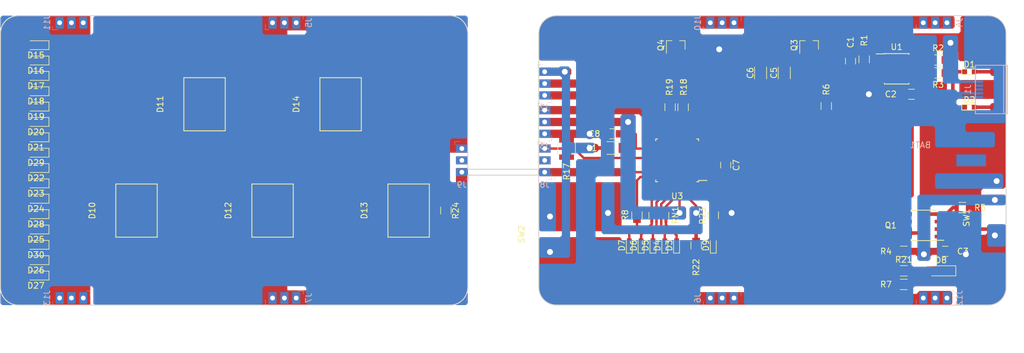
<source format=kicad_pcb>
(kicad_pcb (version 4) (host pcbnew 4.0.6)
  (layers (0 F.Cu signal) (31 B.Cu signal) (34 B.Paste user) (35 F.Paste user) (36 B.SilkS user) (37 F.SilkS user) (38 B.Mask user) (39 F.Mask user) (44 Edge.Cuts user))
  (net 0 "")
  (net 1 "Net-(Q3-Pad1)")
  (net 2 "Net-(Q1-Pad4)")
  (net 3 "Net-(Q1-Pad2)")
  (net 4 "Net-(J1-Pad3)")
  (net 5 "Net-(J1-Pad2)")
  (net 6 GND)
  (net 7 VSS)
  (net 8 +BATT)
  (net 9 PRG)
  (net 10 STDBY)
  (net 11 CHRG)
  (net 12 "Net-(C3-Pad1)")
  (net 13 VCC)
  (net 14 "Net-(D3-Pad2)")
  (net 15 "Net-(D9-Pad2)")
  (net 16 "Net-(D10-Pad2)")
  (net 17 LED_ES_GND)
  (net 18 "Net-(J9-Pad3)")
  (net 19 "Net-(J9-Pad2)")
  (net 20 "Net-(J9-Pad1)")
  (net 21 ADC0)
  (net 22 "Net-(J8-Pad2)")
  (net 23 AREF)
  (net 24 LED_LS_GND)
  (net 25 SCK)
  (net 26 RESET)
  (net 27 MISO)
  (net 28 MOSI)
  (net 29 "Net-(Q4-Pad1)")
  (net 30 PD0)
  (net 31 PD1)
  (net 32 "Net-(D1-Pad1)")
  (net 33 "Net-(D2-Pad1)")
  (net 34 OC1A)
  (net 35 OC1B)
  (net 36 PD2)
  (net 37 AVCC)
  (net 38 "Net-(U3-Pad22)")
  (net 39 "Net-(U3-Pad19)")
  (net 40 "Net-(U3-Pad12)")
  (net 41 "Net-(U3-Pad11)")
  (net 42 "Net-(U3-Pad10)")
  (net 43 "Net-(U3-Pad9)")
  (net 44 "Net-(U3-Pad8)")
  (net 45 "Net-(U3-Pad7)")
  (net 46 "Net-(U3-Pad2)")
  (net 47 "Net-(U3-Pad1)")
  (net 48 "Net-(BAT1-Pad3)")
  (net 49 "Net-(D4-Pad2)")
  (net 50 "Net-(D5-Pad2)")
  (net 51 "Net-(D6-Pad2)")
  (net 52 "Net-(D7-Pad2)")
  (net 53 PC1)
  (net 54 PC2)
  (net 55 PC4)
  (net 56 PC3)
  (net 57 PC5)
  (net 58 "Net-(D8-Pad2)")
  (net 59 "Net-(D10-Pad1)")
  (net 60 "Net-(D15-Pad1)")
  (net 61 "Net-(D15-Pad2)")
  (module Resistors_SMD:R_0805 (layer F.Cu) (at 190.6 82.8 270)
    (fp_text reference R8 (at 0 2 270) (layer F.SilkS))
    (fp_text value 237Ω)
    (pad 2 smd rect (at 0.95 0 270) (size 0.7 1.3) (layers F.Cu F.Paste F.Mask) (net 52 "Net-(D7-Pad2)"))
    (pad 1 smd rect (at -0.95 0 270) (size 0.7 1.3) (layers F.Cu F.Paste F.Mask) (net 53 PC1))
  )
  (module LEDs:LED_0603 (layer F.Cu) (at 197.3 87.9 90)
    (fp_text reference D3 (at 0 -1.25 90) (layer F.SilkS))
    (fp_text value CHRG_IND_BRTGREEN)
    (pad 1 smd rect (at -0.8 0 270) (size 0.8 0.8) (layers F.Cu F.Paste F.Mask) (net 6 GND))
    (pad 2 smd rect (at 0.8 0 270) (size 0.8 0.8) (layers F.Cu F.Paste F.Mask) (net 14 "Net-(D3-Pad2)"))
  )
  (module LEDs:LED_0603 (layer F.Cu) (at 195.3 87.9 90)
    (fp_text reference D4 (at 0 -1.25 90) (layer F.SilkS))
    (fp_text value CHRG_IND_GREEN)
    (pad 2 smd rect (at 0.8 0 270) (size 0.8 0.8) (layers F.Cu F.Paste F.Mask) (net 49 "Net-(D4-Pad2)"))
    (pad 1 smd rect (at -0.8 0 270) (size 0.8 0.8) (layers F.Cu F.Paste F.Mask) (net 6 GND))
  )
  (module LEDs:LED_0603 (layer F.Cu) (at 193.3 87.9 90)
    (fp_text reference D5 (at 0 -1.25 90) (layer F.SilkS))
    (fp_text value CHRG_IND_YELLOW)
    (pad 1 smd rect (at -0.8 0 270) (size 0.8 0.8) (layers F.Cu F.Paste F.Mask) (net 6 GND))
    (pad 2 smd rect (at 0.8 0 270) (size 0.8 0.8) (layers F.Cu F.Paste F.Mask) (net 50 "Net-(D5-Pad2)"))
  )
  (module LEDs:LED_0603 (layer F.Cu) (at 191.3 87.9 90)
    (fp_text reference D6 (at 0 -1.25 90) (layer F.SilkS))
    (fp_text value CHRG_IND_ORANGE)
    (pad 2 smd rect (at 0.8 0 270) (size 0.8 0.8) (layers F.Cu F.Paste F.Mask) (net 51 "Net-(D6-Pad2)"))
    (pad 1 smd rect (at -0.8 0 270) (size 0.8 0.8) (layers F.Cu F.Paste F.Mask) (net 6 GND))
  )
  (module LEDs:LED_0603 (layer F.Cu) (at 189.3 87.9 90)
    (fp_text reference D7 (at 0 -1.25 90) (layer F.SilkS))
    (fp_text value CHRG_IND_RED)
    (pad 1 smd rect (at -0.8 0 270) (size 0.8 0.8) (layers F.Cu F.Paste F.Mask) (net 6 GND))
    (pad 2 smd rect (at 0.8 0 270) (size 0.8 0.8) (layers F.Cu F.Paste F.Mask) (net 52 "Net-(D7-Pad2)"))
  )
  (module Capacitors_SMD:C_1206 (layer F.Cu) (at 211.5 58.7 90)
    (fp_text reference C6 (at 0 -1.75 90) (layer F.SilkS))
    (fp_text value 10µF)
    (pad 2 smd rect (at 1.5 0 90) (size 1 1.6) (layers F.Cu F.Paste F.Mask) (net 17 LED_ES_GND))
    (pad 1 smd rect (at -1.5 0 90) (size 1 1.6) (layers F.Cu F.Paste F.Mask) (net 13 VCC))
  )
  (module Capacitors_SMD:C_1206 (layer F.Cu) (at 215.5 58.7 90)
    (fp_text reference C5 (at 0 -1.75 90) (layer F.SilkS))
    (fp_text value 10µF)
    (pad 2 smd rect (at 1.5 0 90) (size 1 1.6) (layers F.Cu F.Paste F.Mask) (net 24 LED_LS_GND))
    (pad 1 smd rect (at -1.5 0 90) (size 1 1.6) (layers F.Cu F.Paste F.Mask) (net 13 VCC))
  )
  (module Resistors_SMD:R_Array_Convex_4x0603 (layer F.Cu) (at 194.3 82.8 270)
    (fp_text reference RN1 (at 0 -2.8 270) (layer F.SilkS))
    (fp_text value R_Pack_220Ω)
    (pad 5 smd rect (at 0.9 1.2 270) (size 0.8 0.5) (layers F.Cu F.Paste F.Mask) (net 51 "Net-(D6-Pad2)"))
    (pad 6 smd rect (at 0.9 0.4 270) (size 0.8 0.4) (layers F.Cu F.Paste F.Mask) (net 50 "Net-(D5-Pad2)"))
    (pad 8 smd rect (at 0.9 -1.2 270) (size 0.8 0.5) (layers F.Cu F.Paste F.Mask) (net 14 "Net-(D3-Pad2)"))
    (pad 7 smd rect (at 0.9 -0.4 270) (size 0.8 0.4) (layers F.Cu F.Paste F.Mask) (net 49 "Net-(D4-Pad2)"))
    (pad 4 smd rect (at -0.9 1.2 270) (size 0.8 0.5) (layers F.Cu F.Paste F.Mask) (net 54 PC2))
    (pad 2 smd rect (at -0.9 -0.4 270) (size 0.8 0.4) (layers F.Cu F.Paste F.Mask) (net 55 PC4))
    (pad 3 smd rect (at -0.9 0.4 270) (size 0.8 0.4) (layers F.Cu F.Paste F.Mask) (net 56 PC3))
    (pad 1 smd rect (at -0.9 -1.2 270) (size 0.8 0.5) (layers F.Cu F.Paste F.Mask) (net 57 PC5))
  )
  (module lt_foots:3pin_through_conn (layer B.Cu) (at 93 96.8 270)
    (fp_text reference J13 (at 0 2.12 270) (layer B.SilkS) (effects (justify mirror)))
    (fp_text value CONN_BOARDCONN)
    (pad 1 thru_hole rect (at 0 0 270) (size 2 1.35) (drill 0.8) (layers *.Cu *.Mask) (net 61 "Net-(D15-Pad2)"))
    (pad 2 thru_hole rect (at 0 -2 270) (size 2 1.35) (drill 0.8) (layers *.Cu *.Mask) (net 61 "Net-(D15-Pad2)"))
    (pad 3 thru_hole rect (at 0 -4 270) (size 2 1.35) (drill 0.8) (layers *.Cu *.Mask) (net 61 "Net-(D15-Pad2)"))
  )
  (module lt_foots:3pin_through_conn (layer B.Cu) (at 243 96.8 90)
    (fp_text reference J12 (at 0 2.12 90) (layer B.SilkS) (effects (justify mirror)))
    (fp_text value CONN_BOARDCONN)
    (pad 3 thru_hole rect (at 0 -4 90) (size 2 1.35) (drill 0.8) (layers *.Cu *.Mask) (net 13 VCC))
    (pad 2 thru_hole rect (at 0 -2 90) (size 2 1.35) (drill 0.8) (layers *.Cu *.Mask) (net 13 VCC))
    (pad 1 thru_hole rect (at 0 0 90) (size 2 1.35) (drill 0.8) (layers *.Cu *.Mask) (net 13 VCC))
  )
  (module lt_foots:3pin_through_conn (layer B.Cu) (at 93 50.2 270)
    (fp_text reference J11 (at 0 2.12 270) (layer B.SilkS) (effects (justify mirror)))
    (fp_text value CONN_BOARDCONN)
    (pad 1 thru_hole rect (at 0 0 270) (size 2 1.35) (drill 0.8) (layers *.Cu *.Mask) (net 60 "Net-(D15-Pad1)"))
    (pad 2 thru_hole rect (at 0 -2 270) (size 2 1.35) (drill 0.8) (layers *.Cu *.Mask) (net 60 "Net-(D15-Pad1)"))
    (pad 3 thru_hole rect (at 0 -4 270) (size 2 1.35) (drill 0.8) (layers *.Cu *.Mask) (net 60 "Net-(D15-Pad1)"))
  )
  (module lt_foots:3pin_through_conn (layer B.Cu) (at 203 50.2 270)
    (fp_text reference J10 (at 0 2.12 270) (layer B.SilkS) (effects (justify mirror)))
    (fp_text value CONN_BOARDCONN)
    (pad 3 thru_hole rect (at 0 -4 270) (size 2 1.35) (drill 0.8) (layers *.Cu *.Mask) (net 17 LED_ES_GND))
    (pad 2 thru_hole rect (at 0 -2 270) (size 2 1.35) (drill 0.8) (layers *.Cu *.Mask) (net 17 LED_ES_GND))
    (pad 1 thru_hole rect (at 0 0 270) (size 2 1.35) (drill 0.8) (layers *.Cu *.Mask) (net 17 LED_ES_GND))
  )
  (module LEDs:LED_1206 (layer F.Cu) (at 242 92.2 180)
    (fp_text reference D8 (at 0 1.8 180) (layer F.SilkS))
    (fp_text value TOPLED_GRN)
    (pad 1 smd rect (at -1.65 0) (size 1.5 1.5) (layers F.Cu F.Paste F.Mask) (net 6 GND))
    (pad 2 smd rect (at 1.65 0) (size 1.5 1.5) (layers F.Cu F.Paste F.Mask) (net 58 "Net-(D8-Pad2)"))
  )
  (module Capacitors_SMD:C_0805 (layer F.Cu) (at 226.7 56.7 90)
    (fp_text reference C1 (at 3.2 0 90) (layer F.SilkS))
    (fp_text value 10µF)
    (pad 1 smd rect (at -1 0 90) (size 1 1.25) (layers F.Cu F.Paste F.Mask) (net 7 VSS))
    (pad 2 smd rect (at 1 0 90) (size 1 1.25) (layers F.Cu F.Paste F.Mask) (net 6 GND))
  )
  (module Capacitors_SMD:C_0805 (layer F.Cu) (at 237 62.3 180)
    (fp_text reference C2 (at 3.5 0 180) (layer F.SilkS))
    (fp_text value 10µF)
    (pad 2 smd rect (at 1 0 180) (size 1 1.25) (layers F.Cu F.Paste F.Mask) (net 6 GND))
    (pad 1 smd rect (at -1 0 180) (size 1 1.25) (layers F.Cu F.Paste F.Mask) (net 8 +BATT))
  )
  (module Capacitors_SMD:C_0805 (layer F.Cu) (at 242.7 88.9)
    (fp_text reference C3 (at 3 0) (layer F.SilkS))
    (fp_text value 1µF)
    (pad 1 smd rect (at -1 0) (size 1 1.25) (layers F.Cu F.Paste F.Mask) (net 12 "Net-(C3-Pad1)"))
    (pad 2 smd rect (at 1 0) (size 1 1.25) (layers F.Cu F.Paste F.Mask) (net 6 GND))
  )
  (module Capacitors_SMD:C_0805 (layer F.Cu) (at 205.6 74.3 270)
    (fp_text reference C7 (at 0 -1.8 270) (layer F.SilkS))
    (fp_text value 100nF_decoupling)
    (pad 1 smd rect (at -1 0 270) (size 1 1.25) (layers F.Cu F.Paste F.Mask) (net 13 VCC))
    (pad 2 smd rect (at 1 0 270) (size 1 1.25) (layers F.Cu F.Paste F.Mask) (net 6 GND))
  )
  (module Capacitors_SMD:C_0805 (layer F.Cu) (at 186.5 69)
    (fp_text reference C8 (at -3.1 0) (layer F.SilkS))
    (fp_text value 100nF)
    (pad 2 smd rect (at 1 0) (size 1 1.25) (layers F.Cu F.Paste F.Mask) (net 37 AVCC))
    (pad 1 smd rect (at -1 0) (size 1 1.25) (layers F.Cu F.Paste F.Mask) (net 6 GND))
  )
  (module Housings_SOIC:SOIC-8-1EP_3.9x4.9mm_Pitch1.27mm (layer F.Cu) (at 234.5 58)
    (fp_text reference U1 (at 0 -3.7) (layer F.SilkS))
    (fp_text value TP4056)
    (pad 9 smd rect (at -0.5875 -0.5875) (size 1.175 1.175) (layers F.Cu F.Paste F.Mask) (net 6 GND))
    (pad 9 smd rect (at -0.5875 0.5875) (size 1.175 1.175) (layers F.Cu F.Paste F.Mask) (net 6 GND))
    (pad 9 smd rect (at 0.5875 -0.5875) (size 1.175 1.175) (layers F.Cu F.Paste F.Mask) (net 6 GND))
    (pad 9 smd rect (at 0.5875 0.5875) (size 1.175 1.175) (layers F.Cu F.Paste F.Mask) (net 6 GND))
    (pad 8 smd rect (at 2.7 -1.905) (size 1.55 0.6) (layers F.Cu F.Paste F.Mask) (net 7 VSS))
    (pad 7 smd rect (at 2.7 -0.635) (size 1.55 0.6) (layers F.Cu F.Paste F.Mask) (net 11 CHRG))
    (pad 6 smd rect (at 2.7 0.635) (size 1.55 0.6) (layers F.Cu F.Paste F.Mask) (net 10 STDBY))
    (pad 5 smd rect (at 2.7 1.905) (size 1.55 0.6) (layers F.Cu F.Paste F.Mask) (net 8 +BATT))
    (pad 4 smd rect (at -2.7 1.905) (size 1.55 0.6) (layers F.Cu F.Paste F.Mask) (net 7 VSS))
    (pad 3 smd rect (at -2.7 0.635) (size 1.55 0.6) (layers F.Cu F.Paste F.Mask) (net 6 GND))
    (pad 2 smd rect (at -2.7 -0.635) (size 1.55 0.6) (layers F.Cu F.Paste F.Mask) (net 9 PRG))
    (pad 1 smd rect (at -2.7 -1.905) (size 1.55 0.6) (layers F.Cu F.Paste F.Mask) (net 6 GND))
  )
  (module Inductors_SMD:L_1206 (layer F.Cu) (at 186.5 71.4)
    (fp_text reference L1 (at -3.5 0) (layer F.SilkS))
    (fp_text value 10µH)
    (pad 2 smd rect (at 1.45 0) (size 0.9 1.7) (layers F.Cu F.Paste F.Mask) (net 37 AVCC))
    (pad 1 smd rect (at -1.45 0) (size 0.9 1.7) (layers F.Cu F.Paste F.Mask) (net 13 VCC))
  )
  (module Resistors_SMD:R_0805 (layer F.Cu) (at 235.7 92.2 180)
    (fp_text reference R21 (at 0 1.9 180) (layer F.SilkS))
    (fp_text value 237Ω)
    (pad 1 smd rect (at -0.95 0 180) (size 0.7 1.3) (layers F.Cu F.Paste F.Mask) (net 58 "Net-(D8-Pad2)"))
    (pad 2 smd rect (at 0.95 0 180) (size 0.7 1.3) (layers F.Cu F.Paste F.Mask) (net 13 VCC))
  )
  (module Resistors_SMD:R_0805 (layer F.Cu) (at 245.6 81.5 180)
    (fp_text reference R5 (at -3 0 180) (layer F.SilkS))
    (fp_text value 10KΩ)
    (pad 1 smd rect (at -0.95 0 180) (size 0.7 1.3) (layers F.Cu F.Paste F.Mask) (net 8 +BATT))
    (pad 2 smd rect (at 0.95 0 180) (size 0.7 1.3) (layers F.Cu F.Paste F.Mask) (net 2 "Net-(Q1-Pad4)"))
  )
  (module Resistors_SMD:R_0805 (layer F.Cu) (at 196.2 64.5 270)
    (fp_text reference R19 (at -3.4 0.1 270) (layer F.SilkS))
    (fp_text value 1KΩ)
    (pad 2 smd rect (at 0.95 0 270) (size 0.7 1.3) (layers F.Cu F.Paste F.Mask) (net 35 OC1B))
    (pad 1 smd rect (at -0.95 0 270) (size 0.7 1.3) (layers F.Cu F.Paste F.Mask) (net 29 "Net-(Q4-Pad1)"))
  )
  (module Resistors_SMD:R_0805 (layer F.Cu) (at 200.6 87.9 270)
    (fp_text reference R22 (at 3.7 0 270) (layer F.SilkS))
    (fp_text value 100KΩ)
    (pad 1 smd rect (at -0.95 0 270) (size 0.7 1.3) (layers F.Cu F.Paste F.Mask) (net 30 PD0))
    (pad 2 smd rect (at 0.95 0 270) (size 0.7 1.3) (layers F.Cu F.Paste F.Mask) (net 6 GND))
  )
  (module Resistors_SMD:R_0805 (layer F.Cu) (at 198.4 64.5 270)
    (fp_text reference R18 (at -3.4 -0.1 270) (layer F.SilkS))
    (fp_text value 1KΩ)
    (pad 2 smd rect (at 0.95 0 270) (size 0.7 1.3) (layers F.Cu F.Paste F.Mask) (net 34 OC1A))
    (pad 1 smd rect (at -0.95 0 270) (size 0.7 1.3) (layers F.Cu F.Paste F.Mask) (net 1 "Net-(Q3-Pad1)"))
  )
  (module Resistors_SMD:R_0805 (layer F.Cu) (at 235.7 94.5 180)
    (fp_text reference R7 (at 3 0 180) (layer F.SilkS))
    (fp_text value 10KΩ)
    (pad 1 smd rect (at -0.95 0 180) (size 0.7 1.3) (layers F.Cu F.Paste F.Mask) (net 3 "Net-(Q1-Pad2)"))
    (pad 2 smd rect (at 0.95 0 180) (size 0.7 1.3) (layers F.Cu F.Paste F.Mask) (net 13 VCC))
  )
  (module Resistors_SMD:R_0805 (layer F.Cu) (at 222.6 64.3 90)
    (fp_text reference R6 (at 2.8 0 90) (layer F.SilkS))
    (fp_text value 100KΩ)
    (pad 2 smd rect (at 0.95 0 90) (size 0.7 1.3) (layers F.Cu F.Paste F.Mask) (net 6 GND))
    (pad 1 smd rect (at -0.95 0 90) (size 0.7 1.3) (layers F.Cu F.Paste F.Mask) (net 13 VCC))
  )
  (module Resistors_SMD:R_0805 (layer F.Cu) (at 229 56.4 270)
    (fp_text reference R1 (at -3.2 0 270) (layer F.SilkS))
    (fp_text value 1.2KΩ)
    (pad 2 smd rect (at 0.95 0 270) (size 0.7 1.3) (layers F.Cu F.Paste F.Mask) (net 9 PRG))
    (pad 1 smd rect (at -0.95 0 270) (size 0.7 1.3) (layers F.Cu F.Paste F.Mask) (net 6 GND))
  )
  (module Resistors_SMD:R_0805 (layer F.Cu) (at 203.5 82.8 90)
    (fp_text reference R23 (at -0.1 -1.8 90) (layer F.SilkS))
    (fp_text value 237Ω)
    (pad 1 smd rect (at -0.95 0 90) (size 0.7 1.3) (layers F.Cu F.Paste F.Mask) (net 15 "Net-(D9-Pad2)"))
    (pad 2 smd rect (at 0.95 0 90) (size 0.7 1.3) (layers F.Cu F.Paste F.Mask) (net 31 PD1))
  )
  (module Resistors_SMD:R_0805 (layer F.Cu) (at 158.3 82 270)
    (fp_text reference R24 (at 0 -1.65 270) (layer F.SilkS))
    (fp_text value "15K NTC")
    (pad 2 smd rect (at 0.95 0 270) (size 0.7 1.3) (layers F.Cu F.Paste F.Mask) (net 20 "Net-(J9-Pad1)"))
    (pad 1 smd rect (at -0.95 0 270) (size 0.7 1.3) (layers F.Cu F.Paste F.Mask) (net 18 "Net-(J9-Pad3)"))
  )
  (module Resistors_SMD:R_1210 (layer F.Cu) (at 178.7 71.5 270)
    (fp_text reference R17 (at 3.9 0 270) (layer F.SilkS))
    (fp_text value 15KΩ)
    (pad 2 smd rect (at 1.45 0 270) (size 0.9 2.5) (layers F.Cu F.Paste F.Mask) (net 21 ADC0))
    (pad 1 smd rect (at -1.45 0 270) (size 0.9 2.5) (layers F.Cu F.Paste F.Mask) (net 6 GND))
  )
  (module TO_SOT_Packages_SMD:SOT-23 (layer F.Cu) (at 197.15 54 90)
    (fp_text reference Q4 (at 0 -2.5 90) (layer F.SilkS))
    (fp_text value IRLML6244)
    (pad 3 smd rect (at 1 0 90) (size 0.9 0.8) (layers F.Cu F.Paste F.Mask) (net 17 LED_ES_GND))
    (pad 2 smd rect (at -1 0.95 90) (size 0.9 0.8) (layers F.Cu F.Paste F.Mask) (net 6 GND))
    (pad 1 smd rect (at -1 -0.95 90) (size 0.9 0.8) (layers F.Cu F.Paste F.Mask) (net 29 "Net-(Q4-Pad1)"))
  )
  (module lt_foots:3pin_through_conn (layer B.Cu) (at 175 62.5)
    (fp_text reference J2 (at 0 2.12) (layer B.SilkS) (effects (justify mirror)))
    (fp_text value CONN_ES_ISP1)
    (pad 1 thru_hole rect (at 0 0) (size 2 1.35) (drill 0.8) (layers *.Cu *.Mask) (net 27 MISO))
    (pad 2 thru_hole rect (at 0 -2) (size 2 1.35) (drill 0.8) (layers *.Cu *.Mask) (net 28 MOSI))
    (pad 3 thru_hole rect (at 0 -4) (size 2 1.35) (drill 0.8) (layers *.Cu *.Mask) (net 13 VCC))
  )
  (module lt_foots:3pin_through_conn (layer B.Cu) (at 175 69)
    (fp_text reference J3 (at 0 2.12) (layer B.SilkS) (effects (justify mirror)))
    (fp_text value CONN_ES_ISP2)
    (pad 3 thru_hole rect (at 0 -4) (size 2 1.35) (drill 0.8) (layers *.Cu *.Mask) (net 25 SCK))
    (pad 2 thru_hole rect (at 0 -2) (size 2 1.35) (drill 0.8) (layers *.Cu *.Mask) (net 26 RESET))
    (pad 1 thru_hole rect (at 0 0) (size 2 1.35) (drill 0.8) (layers *.Cu *.Mask) (net 6 GND))
  )
  (module lt_foots:3pin_through_conn (layer B.Cu) (at 243 50.2 90)
    (fp_text reference J4 (at 0 2.12 90) (layer B.SilkS) (effects (justify mirror)))
    (fp_text value CONN_ES_LSGND)
    (pad 1 thru_hole rect (at 0 0 90) (size 2 1.35) (drill 0.8) (layers *.Cu *.Mask) (net 24 LED_LS_GND))
    (pad 2 thru_hole rect (at 0 -2 90) (size 2 1.35) (drill 0.8) (layers *.Cu *.Mask) (net 24 LED_LS_GND))
    (pad 3 thru_hole rect (at 0 -4 90) (size 2 1.35) (drill 0.8) (layers *.Cu *.Mask) (net 24 LED_LS_GND))
  )
  (module lt_foots:3pin_through_conn (layer B.Cu) (at 133 50.2 90)
    (fp_text reference J5 (at 0 2.12 90) (layer B.SilkS) (effects (justify mirror)))
    (fp_text value CONN_LS_LSGND)
    (pad 3 thru_hole rect (at 0 -4 90) (size 2 1.35) (drill 0.8) (layers *.Cu *.Mask) (net 59 "Net-(D10-Pad1)"))
    (pad 2 thru_hole rect (at 0 -2 90) (size 2 1.35) (drill 0.8) (layers *.Cu *.Mask) (net 59 "Net-(D10-Pad1)"))
    (pad 1 thru_hole rect (at 0 0 90) (size 2 1.35) (drill 0.8) (layers *.Cu *.Mask) (net 59 "Net-(D10-Pad1)"))
  )
  (module lt_foots:3pin_through_conn (layer B.Cu) (at 203 96.8 270)
    (fp_text reference J6 (at 0 2.12 270) (layer B.SilkS) (effects (justify mirror)))
    (fp_text value CONN_ES_VCC)
    (pad 1 thru_hole rect (at 0 0 270) (size 2 1.35) (drill 0.8) (layers *.Cu *.Mask) (net 13 VCC))
    (pad 2 thru_hole rect (at 0 -2 270) (size 2 1.35) (drill 0.8) (layers *.Cu *.Mask) (net 13 VCC))
    (pad 3 thru_hole rect (at 0 -4 270) (size 2 1.35) (drill 0.8) (layers *.Cu *.Mask) (net 13 VCC))
  )
  (module lt_foots:3pin_through_conn (layer B.Cu) (at 133 96.8 90)
    (fp_text reference J7 (at 0 2.12 90) (layer B.SilkS) (effects (justify mirror)))
    (fp_text value CONN_LS_VCC)
    (pad 3 thru_hole rect (at 0 -4 90) (size 2 1.35) (drill 0.8) (layers *.Cu *.Mask) (net 16 "Net-(D10-Pad2)"))
    (pad 2 thru_hole rect (at 0 -2 90) (size 2 1.35) (drill 0.8) (layers *.Cu *.Mask) (net 16 "Net-(D10-Pad2)"))
    (pad 1 thru_hole rect (at 0 0 90) (size 2 1.35) (drill 0.8) (layers *.Cu *.Mask) (net 16 "Net-(D10-Pad2)"))
  )
  (module lt_foots:3pin_through_conn (layer B.Cu) (at 175 75.5)
    (fp_text reference J8 (at 0 2.12) (layer B.SilkS) (effects (justify mirror)))
    (fp_text value CONN_ES_NTC)
    (pad 1 thru_hole rect (at 0 0) (size 2 1.35) (drill 0.8) (layers *.Cu *.Mask) (net 21 ADC0))
    (pad 2 thru_hole rect (at 0 -2) (size 2 1.35) (drill 0.8) (layers *.Cu *.Mask) (net 22 "Net-(J8-Pad2)"))
    (pad 3 thru_hole rect (at 0 -4) (size 2 1.35) (drill 0.8) (layers *.Cu *.Mask) (net 23 AREF))
  )
  (module lt_foots:3pin_through_conn (layer B.Cu) (at 161 75.5)
    (fp_text reference J9 (at 0 2.12) (layer B.SilkS) (effects (justify mirror)))
    (fp_text value CONN_LS_NTC)
    (pad 3 thru_hole rect (at 0 -4) (size 2 1.35) (drill 0.8) (layers *.Cu *.Mask) (net 18 "Net-(J9-Pad3)"))
    (pad 2 thru_hole rect (at 0 -2) (size 2 1.35) (drill 0.8) (layers *.Cu *.Mask) (net 19 "Net-(J9-Pad2)"))
    (pad 1 thru_hole rect (at 0 0) (size 2 1.35) (drill 0.8) (layers *.Cu *.Mask) (net 20 "Net-(J9-Pad1)"))
  )
  (module Resistors_SMD:R_0805 (layer F.Cu) (at 241.5 58.7 180)
    (fp_text reference R3 (at 0 -2 180) (layer F.SilkS))
    (fp_text value 1KΩ)
    (pad 2 smd rect (at 0.95 0 180) (size 0.7 1.3) (layers F.Cu F.Paste F.Mask) (net 10 STDBY))
    (pad 1 smd rect (at -0.95 0 180) (size 0.7 1.3) (layers F.Cu F.Paste F.Mask) (net 33 "Net-(D2-Pad1)"))
  )
  (module Resistors_SMD:R_0805 (layer F.Cu) (at 235.7 88.9)
    (fp_text reference R4 (at -3 0) (layer F.SilkS))
    (fp_text value 100KΩ)
    (pad 2 smd rect (at 0.95 0) (size 0.7 1.3) (layers F.Cu F.Paste F.Mask) (net 12 "Net-(C3-Pad1)"))
    (pad 1 smd rect (at -0.95 0) (size 0.7 1.3) (layers F.Cu F.Paste F.Mask) (net 2 "Net-(Q1-Pad4)"))
  )
  (module lt_foots:conn_BST-41_spring_contact (layer B.Cu) (at 245.5 73.5)
    (fp_text reference BAT1 (at -7 -2.6) (layer B.SilkS) (effects (justify mirror)))
    (fp_text value LIPO_W_NTC)
    (pad 1 smd rect (at 1.6 3.5) (size 5 2) (layers B.Cu B.Paste B.Mask) (net 8 +BATT))
    (pad 3 smd rect (at 1.6 0) (size 5 2) (layers B.Cu B.Paste B.Mask) (net 48 "Net-(BAT1-Pad3)"))
    (pad 2 smd rect (at 1.6 -3.5) (size 5 2) (layers B.Cu B.Paste B.Mask) (net 6 GND))
  )
  (module Resistors_SMD:R_0805 (layer F.Cu) (at 241.5 56.5 180)
    (fp_text reference R2 (at 0 2 180) (layer F.SilkS))
    (fp_text value 1KΩ)
    (pad 2 smd rect (at 0.95 0 180) (size 0.7 1.3) (layers F.Cu F.Paste F.Mask) (net 11 CHRG))
    (pad 1 smd rect (at -0.95 0 180) (size 0.7 1.3) (layers F.Cu F.Paste F.Mask) (net 32 "Net-(D1-Pad1)"))
  )
  (module lt_foots:USB_Micro-B-CHINA (layer B.Cu) (at 250 61.5 270)
    (fp_text reference J1 (at 0 3.45 270) (layer B.SilkS) (effects (justify mirror)))
    (fp_text value USB_Micro_Jack)
    (pad 5 smd rect (at -4.4 0 270) (size 0.5 2) (layers B.Cu B.Paste B.Mask) (net 6 GND))
    (pad 5 smd rect (at 1.2991 1.56254 180) (size 1.35 0.4) (layers B.Cu B.Paste B.Mask) (net 6 GND))
    (pad 4 smd rect (at 0.6491 1.56254 180) (size 1.35 0.4) (layers B.Cu B.Paste B.Mask) (net 6 GND))
    (pad 3 smd rect (at -0.0009 1.56254 180) (size 1.35 0.4) (layers B.Cu B.Paste B.Mask) (net 4 "Net-(J1-Pad3)"))
    (pad 2 smd rect (at -0.6509 1.56254 180) (size 1.35 0.4) (layers B.Cu B.Paste B.Mask) (net 5 "Net-(J1-Pad2)"))
    (pad 1 smd rect (at -1.3009 1.56254 180) (size 1.35 0.4) (layers B.Cu B.Paste B.Mask) (net 7 VSS))
    (pad 5 smd rect (at 4.4 0.1 270) (size 0.5 2) (layers B.Cu B.Paste B.Mask) (net 6 GND))
  )
  (module Housings_SOIC:SOIC-8_3.9x4.9mm_Pitch1.27mm (layer F.Cu) (at 239 84.5 180)
    (fp_text reference Q1 (at 5.5 0 180) (layer F.SilkS))
    (fp_text value IRF7319)
    (pad 8 smd rect (at 2.7 -1.905 180) (size 1.55 0.6) (layers F.Cu F.Paste F.Mask) (net 2 "Net-(Q1-Pad4)"))
    (pad 7 smd rect (at 2.7 -0.635 180) (size 1.55 0.6) (layers F.Cu F.Paste F.Mask) (net 2 "Net-(Q1-Pad4)"))
    (pad 6 smd rect (at 2.7 0.635 180) (size 1.55 0.6) (layers F.Cu F.Paste F.Mask) (net 13 VCC))
    (pad 5 smd rect (at 2.7 1.905 180) (size 1.55 0.6) (layers F.Cu F.Paste F.Mask) (net 13 VCC))
    (pad 4 smd rect (at -2.7 1.905 180) (size 1.55 0.6) (layers F.Cu F.Paste F.Mask) (net 2 "Net-(Q1-Pad4)"))
    (pad 3 smd rect (at -2.7 0.635 180) (size 1.55 0.6) (layers F.Cu F.Paste F.Mask) (net 8 +BATT))
    (pad 2 smd rect (at -2.7 -0.635 180) (size 1.55 0.6) (layers F.Cu F.Paste F.Mask) (net 3 "Net-(Q1-Pad2)"))
    (pad 1 smd rect (at -2.7 -1.905 180) (size 1.55 0.6) (layers F.Cu F.Paste F.Mask) (net 6 GND))
  )
  (module TO_SOT_Packages_SMD:SOT-23 (layer F.Cu) (at 219.7 54 90)
    (fp_text reference Q3 (at 0 -2.5 90) (layer F.SilkS))
    (fp_text value IRLML6244)
    (pad 3 smd rect (at 1 0 90) (size 0.9 0.8) (layers F.Cu F.Paste F.Mask) (net 24 LED_LS_GND))
    (pad 2 smd rect (at -1 0.95 90) (size 0.9 0.8) (layers F.Cu F.Paste F.Mask) (net 6 GND))
    (pad 1 smd rect (at -1 -0.95 90) (size 0.9 0.8) (layers F.Cu F.Paste F.Mask) (net 1 "Net-(Q3-Pad1)"))
  )
  (module lt_foots:square_red_button_mount_6.3mm (layer F.Cu) (at 251.1 83.2 90)
    (fp_text reference SW1 (at 0 -4.8 90) (layer F.SilkS))
    (fp_text value SW_PWR)
    (pad 2 thru_hole rect (at 3 0 90) (size 1.6 2) (drill 1) (layers *.Cu *.Mask) (net 12 "Net-(C3-Pad1)"))
    (pad 1 thru_hole rect (at -3 0 90) (size 1.6 2) (drill 1) (layers *.Cu *.Mask) (net 3 "Net-(Q1-Pad2)"))
  )
  (module lt_foots:square_red_button_mount_6.3mm (layer F.Cu) (at 175.9 86 90)
    (fp_text reference SW2 (at 0 -4.8 90) (layer F.SilkS))
    (fp_text value SW_MODE)
    (pad 2 thru_hole rect (at 3 0 90) (size 1.6 2) (drill 1) (layers *.Cu *.Mask) (net 30 PD0))
    (pad 1 thru_hole rect (at -3 0 90) (size 1.6 2) (drill 1) (layers *.Cu *.Mask) (net 13 VCC))
  )
  (module LEDs:LED_0603 (layer F.Cu) (at 246.8 58.5)
    (fp_text reference D1 (at 0 -1.25) (layer F.SilkS))
    (fp_text value RED)
    (pad 2 smd rect (at 0.8 0 180) (size 0.8 0.8) (layers F.Cu F.Paste F.Mask) (net 7 VSS))
    (pad 1 smd rect (at -0.8 0 180) (size 0.8 0.8) (layers F.Cu F.Paste F.Mask) (net 32 "Net-(D1-Pad1)"))
  )
  (module LEDs:LED_0603 (layer F.Cu) (at 246.8 64.5)
    (fp_text reference D2 (at 0 -1.25) (layer F.SilkS))
    (fp_text value GREEN)
    (pad 2 smd rect (at 0.8 0 180) (size 0.8 0.8) (layers F.Cu F.Paste F.Mask) (net 7 VSS))
    (pad 1 smd rect (at -0.8 0 180) (size 0.8 0.8) (layers F.Cu F.Paste F.Mask) (net 33 "Net-(D2-Pad1)"))
  )
  (module LEDs:LED_0603 (layer F.Cu) (at 203.5 87.9 90)
    (fp_text reference D9 (at 0 -1.25 90) (layer F.SilkS))
    (fp_text value RED_TMPWRN)
    (pad 2 smd rect (at 0.8 0 270) (size 0.8 0.8) (layers F.Cu F.Paste F.Mask) (net 15 "Net-(D9-Pad2)"))
    (pad 1 smd rect (at -0.8 0 270) (size 0.8 0.8) (layers F.Cu F.Paste F.Mask) (net 6 GND))
  )
  (module lt_foots:TQFP-32_7x7mm_Pitch0.8mm_Pins0.45 (layer F.Cu) (at 197.4 73.5 180)
    (fp_text reference U3 (at 0 -6.05 180) (layer F.SilkS))
    (fp_text value ATMEGA8A-AU)
    (pad 1 smd rect (at -4.25 -2.8 180) (size 1.6 0.45) (layers F.Cu F.Paste F.Mask) (net 47 "Net-(U3-Pad1)"))
    (pad 2 smd rect (at -4.25 -2 180) (size 1.6 0.45) (layers F.Cu F.Paste F.Mask) (net 46 "Net-(U3-Pad2)"))
    (pad 3 smd rect (at -4.25 -1.2 180) (size 1.6 0.45) (layers F.Cu F.Paste F.Mask) (net 6 GND))
    (pad 4 smd rect (at -4.25 -0.4 180) (size 1.6 0.45) (layers F.Cu F.Paste F.Mask) (net 13 VCC))
    (pad 5 smd rect (at -4.25 0.4 180) (size 1.6 0.45) (layers F.Cu F.Paste F.Mask) (net 6 GND))
    (pad 6 smd rect (at -4.25 1.2 180) (size 1.6 0.45) (layers F.Cu F.Paste F.Mask) (net 13 VCC))
    (pad 7 smd rect (at -4.25 2 180) (size 1.6 0.45) (layers F.Cu F.Paste F.Mask) (net 45 "Net-(U3-Pad7)"))
    (pad 8 smd rect (at -4.25 2.8 180) (size 1.6 0.45) (layers F.Cu F.Paste F.Mask) (net 44 "Net-(U3-Pad8)"))
    (pad 9 smd rect (at -2.8 4.25 270) (size 1.6 0.45) (layers F.Cu F.Paste F.Mask) (net 43 "Net-(U3-Pad9)"))
    (pad 10 smd rect (at -2 4.25 270) (size 1.6 0.45) (layers F.Cu F.Paste F.Mask) (net 42 "Net-(U3-Pad10)"))
    (pad 11 smd rect (at -1.2 4.25 270) (size 1.6 0.45) (layers F.Cu F.Paste F.Mask) (net 41 "Net-(U3-Pad11)"))
    (pad 12 smd rect (at -0.4 4.25 270) (size 1.6 0.45) (layers F.Cu F.Paste F.Mask) (net 40 "Net-(U3-Pad12)"))
    (pad 13 smd rect (at 0.4 4.25 270) (size 1.6 0.45) (layers F.Cu F.Paste F.Mask) (net 34 OC1A))
    (pad 14 smd rect (at 1.2 4.25 270) (size 1.6 0.45) (layers F.Cu F.Paste F.Mask) (net 35 OC1B))
    (pad 15 smd rect (at 2 4.25 270) (size 1.6 0.45) (layers F.Cu F.Paste F.Mask) (net 28 MOSI))
    (pad 16 smd rect (at 2.8 4.25 270) (size 1.6 0.45) (layers F.Cu F.Paste F.Mask) (net 27 MISO))
    (pad 17 smd rect (at 4.25 2.8 180) (size 1.6 0.45) (layers F.Cu F.Paste F.Mask) (net 25 SCK))
    (pad 18 smd rect (at 4.25 2 180) (size 1.6 0.45) (layers F.Cu F.Paste F.Mask) (net 37 AVCC))
    (pad 19 smd rect (at 4.25 1.2 180) (size 1.6 0.45) (layers F.Cu F.Paste F.Mask) (net 39 "Net-(U3-Pad19)"))
    (pad 20 smd rect (at 4.25 0.4 180) (size 1.6 0.45) (layers F.Cu F.Paste F.Mask) (net 23 AREF))
    (pad 21 smd rect (at 4.25 -0.4 180) (size 1.6 0.45) (layers F.Cu F.Paste F.Mask) (net 6 GND))
    (pad 22 smd rect (at 4.25 -1.2 180) (size 1.6 0.45) (layers F.Cu F.Paste F.Mask) (net 38 "Net-(U3-Pad22)"))
    (pad 23 smd rect (at 4.25 -2 180) (size 1.6 0.45) (layers F.Cu F.Paste F.Mask) (net 21 ADC0))
    (pad 24 smd rect (at 4.25 -2.8 180) (size 1.6 0.45) (layers F.Cu F.Paste F.Mask) (net 53 PC1))
    (pad 25 smd rect (at 2.8 -4.25 270) (size 1.6 0.45) (layers F.Cu F.Paste F.Mask) (net 54 PC2))
    (pad 26 smd rect (at 2 -4.25 270) (size 1.6 0.45) (layers F.Cu F.Paste F.Mask) (net 56 PC3))
    (pad 27 smd rect (at 1.2 -4.25 270) (size 1.6 0.45) (layers F.Cu F.Paste F.Mask) (net 55 PC4))
    (pad 28 smd rect (at 0.4 -4.25 270) (size 1.6 0.45) (layers F.Cu F.Paste F.Mask) (net 57 PC5))
    (pad 29 smd rect (at -0.4 -4.25 270) (size 1.6 0.45) (layers F.Cu F.Paste F.Mask) (net 26 RESET))
    (pad 30 smd rect (at -1.2 -4.25 270) (size 1.6 0.45) (layers F.Cu F.Paste F.Mask) (net 30 PD0))
    (pad 31 smd rect (at -2 -4.25 270) (size 1.6 0.45) (layers F.Cu F.Paste F.Mask) (net 31 PD1))
    (pad 32 smd rect (at -2.8 -4.25 270) (size 1.6 0.45) (layers F.Cu F.Paste F.Mask) (net 36 PD2))
  )
  (module lt_foots:LED_CREE_XRC_7x9mm (layer F.Cu) (at 106 82 270)
    (fp_text reference D10 (at 0 7.5 270) (layer F.SilkS))
    (fp_text value LED)
    (pad "" smd rect (at 0 0 270) (size 5 6) (layers F.Cu F.Paste F.Mask))
    (pad 1 smd rect (at -5.2 0 270) (size 2 5) (layers F.Cu F.Paste F.Mask) (net 59 "Net-(D10-Pad1)"))
    (pad 2 smd rect (at 5.2 0 270) (size 2 5) (layers F.Cu F.Paste F.Mask) (net 16 "Net-(D10-Pad2)"))
  )
  (module lt_foots:LED_CREE_XRC_7x9mm (layer F.Cu) (at 117.5 64 270)
    (fp_text reference D11 (at 0 7.5 270) (layer F.SilkS))
    (fp_text value LED)
    (pad "" smd rect (at 0 0 270) (size 5 6) (layers F.Cu F.Paste F.Mask))
    (pad 1 smd rect (at -5.2 0 270) (size 2 5) (layers F.Cu F.Paste F.Mask) (net 59 "Net-(D10-Pad1)"))
    (pad 2 smd rect (at 5.2 0 270) (size 2 5) (layers F.Cu F.Paste F.Mask) (net 16 "Net-(D10-Pad2)"))
  )
  (module lt_foots:LED_CREE_XRC_7x9mm (layer F.Cu) (at 129 82 270)
    (fp_text reference D12 (at 0 7.5 270) (layer F.SilkS))
    (fp_text value LED)
    (pad "" smd rect (at 0 0 270) (size 5 6) (layers F.Cu F.Paste F.Mask))
    (pad 1 smd rect (at -5.2 0 270) (size 2 5) (layers F.Cu F.Paste F.Mask) (net 59 "Net-(D10-Pad1)"))
    (pad 2 smd rect (at 5.2 0 270) (size 2 5) (layers F.Cu F.Paste F.Mask) (net 16 "Net-(D10-Pad2)"))
  )
  (module lt_foots:LED_CREE_XRC_7x9mm (layer F.Cu) (at 152 82 270)
    (fp_text reference D13 (at 0 7.5 270) (layer F.SilkS))
    (fp_text value LED)
    (pad "" smd rect (at 0 0 270) (size 5 6) (layers F.Cu F.Paste F.Mask))
    (pad 1 smd rect (at -5.2 0 270) (size 2 5) (layers F.Cu F.Paste F.Mask) (net 59 "Net-(D10-Pad1)"))
    (pad 2 smd rect (at 5.2 0 270) (size 2 5) (layers F.Cu F.Paste F.Mask) (net 16 "Net-(D10-Pad2)"))
  )
  (module lt_foots:LED_CREE_XRC_7x9mm (layer F.Cu) (at 140.5 64 270)
    (fp_text reference D14 (at 0 7.5 270) (layer F.SilkS))
    (fp_text value LED)
    (pad "" smd rect (at 0 0 270) (size 5 6) (layers F.Cu F.Paste F.Mask))
    (pad 1 smd rect (at -5.2 0 270) (size 2 5) (layers F.Cu F.Paste F.Mask) (net 59 "Net-(D10-Pad1)"))
    (pad 2 smd rect (at 5.2 0 270) (size 2 5) (layers F.Cu F.Paste F.Mask) (net 16 "Net-(D10-Pad2)"))
  )
  (module LEDs:LED_0805_HandSoldering (layer F.Cu) (at 89 54 180)
    (fp_text reference D15 (at 0 -1.7 180) (layer F.SilkS))
    (fp_text value LED)
    (pad 1 smd rect (at -1.35 0 180) (size 1.5 1.3) (layers F.Cu F.Paste F.Mask) (net 60 "Net-(D15-Pad1)"))
    (pad 2 smd rect (at 1.35 0 180) (size 1.5 1.3) (layers F.Cu F.Paste F.Mask) (net 61 "Net-(D15-Pad2)"))
  )
  (module LEDs:LED_0805_HandSoldering (layer F.Cu) (at 89 56.6 180)
    (fp_text reference D16 (at 0 -1.7 180) (layer F.SilkS))
    (fp_text value LED)
    (pad 1 smd rect (at -1.35 0 180) (size 1.5 1.3) (layers F.Cu F.Paste F.Mask) (net 60 "Net-(D15-Pad1)"))
    (pad 2 smd rect (at 1.35 0 180) (size 1.5 1.3) (layers F.Cu F.Paste F.Mask) (net 61 "Net-(D15-Pad2)"))
  )
  (module LEDs:LED_0805_HandSoldering (layer F.Cu) (at 89 59.2 180)
    (fp_text reference D17 (at 0 -1.7 180) (layer F.SilkS))
    (fp_text value LED)
    (pad 1 smd rect (at -1.35 0 180) (size 1.5 1.3) (layers F.Cu F.Paste F.Mask) (net 60 "Net-(D15-Pad1)"))
    (pad 2 smd rect (at 1.35 0 180) (size 1.5 1.3) (layers F.Cu F.Paste F.Mask) (net 61 "Net-(D15-Pad2)"))
  )
  (module LEDs:LED_0805_HandSoldering (layer F.Cu) (at 89 61.8 180)
    (fp_text reference D18 (at 0 -1.7 180) (layer F.SilkS))
    (fp_text value LED)
    (pad 1 smd rect (at -1.35 0 180) (size 1.5 1.3) (layers F.Cu F.Paste F.Mask) (net 60 "Net-(D15-Pad1)"))
    (pad 2 smd rect (at 1.35 0 180) (size 1.5 1.3) (layers F.Cu F.Paste F.Mask) (net 61 "Net-(D15-Pad2)"))
  )
  (module LEDs:LED_0805_HandSoldering (layer F.Cu) (at 89 64.4 180)
    (fp_text reference D19 (at 0 -1.7 180) (layer F.SilkS))
    (fp_text value LED)
    (pad 1 smd rect (at -1.35 0 180) (size 1.5 1.3) (layers F.Cu F.Paste F.Mask) (net 60 "Net-(D15-Pad1)"))
    (pad 2 smd rect (at 1.35 0 180) (size 1.5 1.3) (layers F.Cu F.Paste F.Mask) (net 61 "Net-(D15-Pad2)"))
  )
  (module LEDs:LED_0805_HandSoldering (layer F.Cu) (at 89 67 180)
    (fp_text reference D20 (at 0 -1.7 180) (layer F.SilkS))
    (fp_text value LED)
    (pad 1 smd rect (at -1.35 0 180) (size 1.5 1.3) (layers F.Cu F.Paste F.Mask) (net 60 "Net-(D15-Pad1)"))
    (pad 2 smd rect (at 1.35 0 180) (size 1.5 1.3) (layers F.Cu F.Paste F.Mask) (net 61 "Net-(D15-Pad2)"))
  )
  (module LEDs:LED_0805_HandSoldering (layer F.Cu) (at 89 69.6 180)
    (fp_text reference D21 (at 0 -1.7 180) (layer F.SilkS))
    (fp_text value LED)
    (pad 1 smd rect (at -1.35 0 180) (size 1.5 1.3) (layers F.Cu F.Paste F.Mask) (net 60 "Net-(D15-Pad1)"))
    (pad 2 smd rect (at 1.35 0 180) (size 1.5 1.3) (layers F.Cu F.Paste F.Mask) (net 61 "Net-(D15-Pad2)"))
  )
  (module LEDs:LED_0805_HandSoldering (layer F.Cu) (at 89 74.8 180)
    (fp_text reference D22 (at 0 -1.7 180) (layer F.SilkS))
    (fp_text value LED)
    (pad 1 smd rect (at -1.35 0 180) (size 1.5 1.3) (layers F.Cu F.Paste F.Mask) (net 60 "Net-(D15-Pad1)"))
    (pad 2 smd rect (at 1.35 0 180) (size 1.5 1.3) (layers F.Cu F.Paste F.Mask) (net 61 "Net-(D15-Pad2)"))
  )
  (module LEDs:LED_0805_HandSoldering (layer F.Cu) (at 89 77.4 180)
    (fp_text reference D23 (at 0 -1.7 180) (layer F.SilkS))
    (fp_text value LED)
    (pad 1 smd rect (at -1.35 0 180) (size 1.5 1.3) (layers F.Cu F.Paste F.Mask) (net 60 "Net-(D15-Pad1)"))
    (pad 2 smd rect (at 1.35 0 180) (size 1.5 1.3) (layers F.Cu F.Paste F.Mask) (net 61 "Net-(D15-Pad2)"))
  )
  (module LEDs:LED_0805_HandSoldering (layer F.Cu) (at 89 80 180)
    (fp_text reference D24 (at 0 -1.7 180) (layer F.SilkS))
    (fp_text value LED)
    (pad 1 smd rect (at -1.35 0 180) (size 1.5 1.3) (layers F.Cu F.Paste F.Mask) (net 60 "Net-(D15-Pad1)"))
    (pad 2 smd rect (at 1.35 0 180) (size 1.5 1.3) (layers F.Cu F.Paste F.Mask) (net 61 "Net-(D15-Pad2)"))
  )
  (module LEDs:LED_0805_HandSoldering (layer F.Cu) (at 89 85.2 180)
    (fp_text reference D25 (at 0 -1.7 180) (layer F.SilkS))
    (fp_text value LED)
    (pad 1 smd rect (at -1.35 0 180) (size 1.5 1.3) (layers F.Cu F.Paste F.Mask) (net 60 "Net-(D15-Pad1)"))
    (pad 2 smd rect (at 1.35 0 180) (size 1.5 1.3) (layers F.Cu F.Paste F.Mask) (net 61 "Net-(D15-Pad2)"))
  )
  (module LEDs:LED_0805_HandSoldering (layer F.Cu) (at 89 90.4 180)
    (fp_text reference D26 (at 0 -1.7 180) (layer F.SilkS))
    (fp_text value LED)
    (pad 1 smd rect (at -1.35 0 180) (size 1.5 1.3) (layers F.Cu F.Paste F.Mask) (net 60 "Net-(D15-Pad1)"))
    (pad 2 smd rect (at 1.35 0 180) (size 1.5 1.3) (layers F.Cu F.Paste F.Mask) (net 61 "Net-(D15-Pad2)"))
  )
  (module LEDs:LED_0805_HandSoldering (layer F.Cu) (at 89 93 180)
    (fp_text reference D27 (at 0 -1.7 180) (layer F.SilkS))
    (fp_text value LED)
    (pad 1 smd rect (at -1.35 0 180) (size 1.5 1.3) (layers F.Cu F.Paste F.Mask) (net 60 "Net-(D15-Pad1)"))
    (pad 2 smd rect (at 1.35 0 180) (size 1.5 1.3) (layers F.Cu F.Paste F.Mask) (net 61 "Net-(D15-Pad2)"))
  )
  (module LEDs:LED_0805_HandSoldering (layer F.Cu) (at 89 82.6 180)
    (fp_text reference D28 (at 0 -1.7 180) (layer F.SilkS))
    (fp_text value LED)
    (pad 1 smd rect (at -1.35 0 180) (size 1.5 1.3) (layers F.Cu F.Paste F.Mask) (net 60 "Net-(D15-Pad1)"))
    (pad 2 smd rect (at 1.35 0 180) (size 1.5 1.3) (layers F.Cu F.Paste F.Mask) (net 61 "Net-(D15-Pad2)"))
  )
  (module LEDs:LED_0805_HandSoldering (layer F.Cu) (at 89 72.2 180)
    (fp_text reference D29 (at 0 -1.7 180) (layer F.SilkS))
    (fp_text value LED)
    (pad 1 smd rect (at -1.35 0 180) (size 1.5 1.3) (layers F.Cu F.Paste F.Mask) (net 60 "Net-(D15-Pad1)"))
    (pad 2 smd rect (at 1.35 0 180) (size 1.5 1.3) (layers F.Cu F.Paste F.Mask) (net 61 "Net-(D15-Pad2)"))
  )
  (module LEDs:LED_0805_HandSoldering (layer F.Cu) (at 89 87.8 180)
    (fp_text reference D30 (at 0 -1.7 180) (layer F.SilkS))
    (fp_text value LED)
    (pad 1 smd rect (at -1.35 0 180) (size 1.5 1.3) (layers F.Cu F.Paste F.Mask) (net 60 "Net-(D15-Pad1)"))
    (pad 2 smd rect (at 1.35 0 180) (size 1.5 1.3) (layers F.Cu F.Paste F.Mask) (net 61 "Net-(D15-Pad2)"))
  )
  (gr_line (start 86 49) (end 159 49) (angle 90) (layer Edge.Cuts) (width 0.15))
  (gr_line (start 83 95) (end 83 52) (angle 90) (layer Edge.Cuts) (width 0.15))
  (gr_line (start 159 98) (end 86 98) (angle 90) (layer Edge.Cuts) (width 0.15))
  (gr_line (start 162 76) (end 162 95) (angle 90) (layer Edge.Cuts) (width 0.15))
  (gr_line (start 162 52) (end 162 75) (angle 90) (layer Edge.Cuts) (width 0.15))
  (gr_line (start 177 49) (end 250 49) (angle 90) (layer Edge.Cuts) (width 0.15))
  (gr_line (start 174 75) (end 174 52) (angle 90) (layer Edge.Cuts) (width 0.15))
  (gr_line (start 174 95) (end 174 76) (angle 90) (layer Edge.Cuts) (width 0.15))
  (gr_line (start 250 98) (end 177 98) (angle 90) (layer Edge.Cuts) (width 0.15))
  (gr_line (start 253 52) (end 253 95) (angle 90) (layer Edge.Cuts) (width 0.15))
  (gr_arc (start 177 95) (end 177 98) (angle 90) (layer Edge.Cuts) (width 0.15))
  (gr_arc (start 250 95) (end 253 95) (angle 90) (layer Edge.Cuts) (width 0.15))
  (gr_arc (start 250 52) (end 250 49) (angle 90) (layer Edge.Cuts) (width 0.15))
  (gr_arc (start 177 52) (end 174 52) (angle 90) (layer Edge.Cuts) (width 0.15))
  (gr_arc (start 159 52) (end 159 49) (angle 90) (layer Edge.Cuts) (width 0.15))
  (gr_arc (start 159 95) (end 162 95) (angle 90) (layer Edge.Cuts) (width 0.15))
  (gr_arc (start 86 95) (end 86 98) (angle 90) (layer Edge.Cuts) (width 0.15))
  (gr_arc (start 86 52) (end 83 52) (angle 90) (layer Edge.Cuts) (width 0.15))
  (gr_line (start 174 76) (end 162 76) (angle 90) (layer Edge.Cuts) (width 0.15))
  (gr_line (start 162 75) (end 174 75) (angle 90) (layer Edge.Cuts) (width 0.15))
  (segment (start 218.75 55) (end 218.75 58.05) (width 0.6) (layer F.Cu) (net 1))
  (segment (start 218.1 58.7) (end 208.5 58.7) (width 0.6) (layer F.Cu) (net 1))
  (segment (start 218.75 58.05) (end 218.1 58.7) (width 0.6) (layer F.Cu) (net 1))
  (segment (start 198.4 63.55) (end 198.4 62.4) (width 0.6) (layer F.Cu) (net 1))
  (segment (start 241.7 82.595) (end 239.605 82.595) (width 0.6) (layer F.Cu) (net 2))
  (segment (start 238.4 85.8) (end 236 85.8) (width 0.6) (layer F.Cu) (net 2))
  (segment (start 239 85.2) (end 238.4 85.8) (width 0.6) (layer F.Cu) (net 2))
  (segment (start 239 83.2) (end 239 85.2) (width 0.6) (layer F.Cu) (net 2))
  (segment (start 239.605 82.595) (end 239 83.2) (width 0.6) (layer F.Cu) (net 2))
  (segment (start 244.65 81.5) (end 244 81.5) (width 0.6) (layer F.Cu) (net 2))
  (segment (start 244 81.5) (end 242.905 82.595) (width 0.6) (layer F.Cu) (net 2))
  (segment (start 242.905 82.595) (end 241.7 82.595) (width 0.6) (layer F.Cu) (net 2))
  (segment (start 236.65 94.5) (end 245.4 94.5) (width 0.6) (layer F.Cu) (net 3))
  (segment (start 245.4 94.5) (end 245.5 94.6) (width 0.6) (layer F.Cu) (net 3))
  (segment (start 241.7 85.135) (end 251.335 85.135) (width 0.6) (layer F.Cu) (net 3))
  (segment (start 251.335 85.135) (end 251.4 85.2) (width 0.6) (layer F.Cu) (net 3))
  (segment (start 198.1 55) (end 198.1 56.7) (width 0.6) (layer F.Cu) (net 6))
  (via (at 204.5 54.7) (size 1.8) (drill 1) (layers F.Cu B.Cu) (net 6))
  (segment (start 202.3 56.9) (end 204.5 54.7) (width 0.6) (layer F.Cu) (net 6))
  (segment (start 198.3 56.9) (end 202.3 56.9) (width 0.6) (layer F.Cu) (net 6))
  (segment (start 198.1 56.7) (end 198.3 56.9) (width 0.6) (layer F.Cu) (net 6))
  (segment (start 201.65 74.7) (end 197.7 74.7) (width 0.4) (layer F.Cu) (net 6))
  (segment (start 197.7 74.7) (end 196.9 73.9) (width 0.4) (layer F.Cu) (net 6))
  (segment (start 193.15 73.9) (end 196.9 73.9) (width 0.4) (layer F.Cu) (net 6))
  (segment (start 196.9 73.9) (end 197 73.9) (width 0.4) (layer F.Cu) (net 6))
  (segment (start 197 73.9) (end 197.8 73.1) (width 0.4) (layer F.Cu) (net 6))
  (segment (start 197.8 73.1) (end 201.65 73.1) (width 0.4) (layer F.Cu) (net 6))
  (segment (start 200.6 88.85) (end 200.6 90) (width 0.4) (layer F.Cu) (net 6))
  (segment (start 229.8 62.3) (end 227 62.3) (width 0.4) (layer B.Cu) (net 6))
  (via (at 229.8 62.3) (size 1.8) (drill 1) (layers F.Cu B.Cu) (net 6))
  (segment (start 236 62.3) (end 229.8 62.3) (width 0.4) (layer F.Cu) (net 6))
  (via (at 206.6 82.4) (size 1.8) (drill 1) (layers F.Cu B.Cu) (net 6))
  (segment (start 227 62.3) (end 206.6 82.4) (width 0.4) (layer B.Cu) (net 6))
  (segment (start 205.6 75.3) (end 205.6 77.4) (width 0.4) (layer F.Cu) (net 6))
  (segment (start 205.6 77.4) (end 205.9 77.7) (width 0.4) (layer F.Cu) (net 6))
  (segment (start 201.65 74.7) (end 203.5 74.7) (width 0.4) (layer F.Cu) (net 6))
  (segment (start 203.5 74.7) (end 204.1 75.3) (width 0.4) (layer F.Cu) (net 6))
  (segment (start 222.6 63.35) (end 222.6 62.5) (width 0.6) (layer F.Cu) (net 6))
  (segment (start 203.5 88.7) (end 203.5 91.5) (width 0.4) (layer F.Cu) (net 6))
  (segment (start 241.7 86.405) (end 243.795 86.405) (width 0.6) (layer F.Cu) (net 6))
  (segment (start 243.795 86.405) (end 243.8 86.4) (width 0.6) (layer F.Cu) (net 6))
  (segment (start 243.7 88.9) (end 246 89.4) (width 0.6) (layer F.Cu) (net 6))
  (via (at 246.2 89.4) (size 1.8) (drill 1) (layers F.Cu B.Cu) (net 6))
  (segment (start 246 89.4) (end 246.2 89.4) (width 0.6) (layer F.Cu) (net 6))
  (segment (start 229 55.45) (end 229 53.8) (width 0.6) (layer F.Cu) (net 6))
  (segment (start 220.65 55) (end 220.65 58.75) (width 0.8) (layer F.Cu) (net 6))
  (segment (start 220.65 58.75) (end 220.7 58.8) (width 0.8) (layer F.Cu) (net 6))
  (segment (start 226.7 55.7) (end 226.7 54.5) (width 0.4) (layer F.Cu) (net 6))
  (segment (start 189.3 88.7) (end 189.3 90.1) (width 0.4) (layer F.Cu) (net 6))
  (segment (start 191.3 88.7) (end 191.3 90.1) (width 0.4) (layer F.Cu) (net 6))
  (segment (start 193.3 88.7) (end 193.3 90.1) (width 0.4) (layer F.Cu) (net 6))
  (segment (start 195.3 88.7) (end 195.3 90.1) (width 0.4) (layer F.Cu) (net 6))
  (segment (start 197.3 88.7) (end 197.3 90.1) (width 0.4) (layer F.Cu) (net 6))
  (segment (start 248.43746 62.7991) (end 244.5991 62.7991) (width 0.4) (layer B.Cu) (net 6))
  (segment (start 244.5991 62.7991) (end 244.5 62.7) (width 0.4) (layer B.Cu) (net 6))
  (segment (start 248.43746 62.1491) (end 244.5509 62.1491) (width 0.4) (layer B.Cu) (net 6))
  (segment (start 244.5509 62.1491) (end 244.5 62.2) (width 0.4) (layer B.Cu) (net 6))
  (segment (start 185.5 69) (end 182.6 69) (width 0.6) (layer F.Cu) (net 6))
  (via (at 182.6 69) (size 1.8) (drill 1) (layers F.Cu B.Cu) (net 6))
  (segment (start 231.8 58.635) (end 233.865 58.635) (width 0.6) (layer F.Cu) (net 6))
  (segment (start 233.865 58.635) (end 233.9125 58.5875) (width 0.4) (layer F.Cu) (net 6))
  (segment (start 231.8 56.095) (end 233.895 56.095) (width 0.6) (layer F.Cu) (net 6))
  (segment (start 233.895 56.095) (end 233.9 56.1) (width 0.4) (layer F.Cu) (net 6))
  (segment (start 178.7 70.05) (end 178.7 69) (width 0.6) (layer F.Cu) (net 6))
  (segment (start 185.5 69) (end 184.4 69) (width 0.4) (layer F.Cu) (net 6))
  (segment (start 247.6 58.5) (end 251 58.5) (width 0.6) (layer F.Cu) (net 7))
  (segment (start 247.6 64.5) (end 250.8 64.5) (width 0.6) (layer F.Cu) (net 7))
  (segment (start 226.7 57.7) (end 226.7 59) (width 0.4) (layer F.Cu) (net 7))
  (segment (start 248.43746 60.1991) (end 244.0991 60.1991) (width 0.4) (layer B.Cu) (net 7))
  (via (at 243.6 53.6) (size 1.8) (drill 1) (layers F.Cu B.Cu) (net 7))
  (segment (start 243.6 59.7) (end 243.6 53.6) (width 0.4) (layer B.Cu) (net 7))
  (segment (start 244.0991 60.1991) (end 243.6 59.7) (width 0.4) (layer B.Cu) (net 7))
  (segment (start 231.8 59.905) (end 228.605 59.905) (width 0.6) (layer F.Cu) (net 7))
  (segment (start 228.605 59.905) (end 228.6 59.9) (width 0.4) (layer F.Cu) (net 7))
  (segment (start 237.2 56.095) (end 238.605 56.095) (width 0.6) (layer F.Cu) (net 7))
  (segment (start 239.1 55.6) (end 239.1 54.6) (width 0.6) (layer F.Cu) (net 7))
  (segment (start 238.605 56.095) (end 239.1 55.6) (width 0.6) (layer F.Cu) (net 7))
  (segment (start 247.1 77) (end 251.4 77) (width 0.6) (layer B.Cu) (net 8))
  (via (at 251.4 77) (size 1.8) (drill 1) (layers F.Cu B.Cu) (net 8))
  (segment (start 246.55 81.5) (end 247.9 81.5) (width 0.6) (layer F.Cu) (net 8))
  (segment (start 241.7 83.865) (end 243.665 83.865) (width 0.6) (layer F.Cu) (net 8))
  (segment (start 243.665 83.865) (end 243.7 83.9) (width 0.4) (layer F.Cu) (net 8))
  (segment (start 238 62.3) (end 239.5 62.3) (width 0.4) (layer F.Cu) (net 8))
  (segment (start 237.2 59.905) (end 238.995 59.905) (width 0.6) (layer F.Cu) (net 8))
  (segment (start 238.995 59.905) (end 239 59.9) (width 0.4) (layer F.Cu) (net 8))
  (segment (start 231.8 57.365) (end 229.015 57.365) (width 0.6) (layer F.Cu) (net 9))
  (segment (start 229.015 57.365) (end 229 57.35) (width 0.6) (layer F.Cu) (net 9))
  (segment (start 237.2 58.635) (end 240.485 58.635) (width 0.6) (layer F.Cu) (net 10))
  (segment (start 240.485 58.635) (end 240.55 58.7) (width 0.4) (layer F.Cu) (net 10))
  (segment (start 237.2 57.365) (end 239.035 57.365) (width 0.6) (layer F.Cu) (net 11))
  (segment (start 239.9 56.5) (end 240.55 56.5) (width 0.6) (layer F.Cu) (net 11))
  (segment (start 239.035 57.365) (end 239.9 56.5) (width 0.6) (layer F.Cu) (net 11))
  (segment (start 236.65 88.9) (end 238.3 88.9) (width 0.6) (layer F.Cu) (net 12))
  (segment (start 239.2 80.2) (end 251.4 80.2) (width 0.6) (layer B.Cu) (net 12))
  (segment (start 239.1 89.4) (end 239.2 80.2) (width 0.6) (layer B.Cu) (net 12))
  (via (at 239.1 89.4) (size 1.8) (drill 1) (layers F.Cu B.Cu) (net 12))
  (segment (start 238.3 88.9) (end 239.1 89.4) (width 0.6) (layer F.Cu) (net 12))
  (segment (start 205.6 73.3) (end 205.6 71.8) (width 0.4) (layer F.Cu) (net 13))
  (segment (start 222.6 65.25) (end 222.6 66.2) (width 0.6) (layer F.Cu) (net 13))
  (segment (start 201.65 72.3) (end 203.8 72.3) (width 0.4) (layer F.Cu) (net 13))
  (segment (start 201.65 73.9) (end 203.5 73.9) (width 0.4) (layer F.Cu) (net 13))
  (segment (start 203.5 73.9) (end 203.9 73.5) (width 0.4) (layer F.Cu) (net 13))
  (segment (start 215.5 60.2) (end 215.5 62) (width 1) (layer F.Cu) (net 13))
  (segment (start 211.5 60.2) (end 211.5 61.7) (width 1) (layer F.Cu) (net 13))
  (segment (start 185.05 71.4) (end 182.6 71.4) (width 0.6) (layer F.Cu) (net 13))
  (segment (start 182.5 71.5) (end 178.4 71.5) (width 0.4) (layer B.Cu) (net 13))
  (segment (start 182.6 71.4) (end 182.5 71.5) (width 0.4) (layer B.Cu) (net 13))
  (via (at 182.6 71.4) (size 1.8) (drill 1) (layers F.Cu B.Cu) (net 13))
  (segment (start 178.4 88.5) (end 178.4 71.5) (width 0.4) (layer B.Cu) (net 13))
  (segment (start 178.4 71.5) (end 178.4 58.5) (width 0.4) (layer B.Cu) (net 13))
  (segment (start 178.4 58.5) (end 175 58.5) (width 0.4) (layer F.Cu) (net 13))
  (via (at 178.4 58.5) (size 1.8) (drill 1) (layers F.Cu B.Cu) (net 13))
  (segment (start 241 96.8) (end 243 96.8) (width 0.4) (layer F.Cu) (net 13))
  (segment (start 239 96.8) (end 241 96.8) (width 0.4) (layer F.Cu) (net 13))
  (segment (start 211.4 96.8) (end 239 96.8) (width 0.4) (layer F.Cu) (net 13))
  (segment (start 175.5 88.5) (end 178.4 88.5) (width 0.4) (layer F.Cu) (net 13))
  (segment (start 178.4 88.5) (end 178.6 88.3) (width 0.4) (layer B.Cu) (net 13))
  (segment (start 207 96.8) (end 211.4 96.8) (width 0.4) (layer F.Cu) (net 13))
  (segment (start 205 96.8) (end 207 96.8) (width 0.4) (layer F.Cu) (net 13))
  (segment (start 203 96.8) (end 205 96.8) (width 0.4) (layer F.Cu) (net 13))
  (segment (start 195.5 83.7) (end 195.5 84.4) (width 0.4) (layer F.Cu) (net 14))
  (segment (start 197.3 86.2) (end 197.3 87.1) (width 0.4) (layer F.Cu) (net 14))
  (segment (start 195.5 84.4) (end 197.3 86.2) (width 0.4) (layer F.Cu) (net 14))
  (segment (start 203.5 83.75) (end 203.5 86.95) (width 0.6) (layer F.Cu) (net 15))
  (segment (start 197.15 53) (end 197.15 51.65) (width 0.6) (layer F.Cu) (net 17))
  (segment (start 197.15 51.65) (end 197.2 51.6) (width 0.6) (layer F.Cu) (net 17))
  (segment (start 211.5 57.2) (end 211.5 55.6) (width 0.6) (layer F.Cu) (net 17))
  (segment (start 207 50.2) (end 205 50.2) (width 0.4) (layer F.Cu) (net 17))
  (segment (start 203 50.2) (end 205 50.2) (width 0.4) (layer F.Cu) (net 17))
  (segment (start 158.3 81.05) (end 158.3 79.9) (width 0.4) (layer F.Cu) (net 18))
  (segment (start 158.3 82.95) (end 158.3 84) (width 0.4) (layer F.Cu) (net 20))
  (segment (start 178.7 72.95) (end 178.7 75.1) (width 0.6) (layer F.Cu) (net 21))
  (segment (start 178.7 75.1) (end 178.3 75.5) (width 0.4) (layer F.Cu) (net 21))
  (segment (start 175 75.5) (end 178.3 75.5) (width 0.4) (layer F.Cu) (net 21))
  (segment (start 178.3 75.5) (end 193.15 75.5) (width 0.4) (layer F.Cu) (net 21))
  (segment (start 175 71.5) (end 180 71.5) (width 0.4) (layer F.Cu) (net 23))
  (segment (start 181.6 73.1) (end 193.15 73.1) (width 0.4) (layer F.Cu) (net 23))
  (segment (start 180 71.5) (end 181.6 73.1) (width 0.4) (layer F.Cu) (net 23))
  (segment (start 219.7 53) (end 219.7 51.8) (width 0.8) (layer F.Cu) (net 24))
  (segment (start 215.5 57.2) (end 215.5 55.6) (width 0.6) (layer F.Cu) (net 24))
  (segment (start 241 50.2) (end 243 50.2) (width 0.4) (layer F.Cu) (net 24))
  (segment (start 239 50.2) (end 241 50.2) (width 0.4) (layer F.Cu) (net 24))
  (segment (start 193.15 70.7) (end 191.9 70.7) (width 0.4) (layer F.Cu) (net 25))
  (segment (start 191.6 70.4) (end 191.6 65.6) (width 0.4) (layer F.Cu) (net 25))
  (segment (start 191.9 70.7) (end 191.6 70.4) (width 0.4) (layer F.Cu) (net 25))
  (segment (start 197.8 77.75) (end 197.8 82.4) (width 0.4) (layer F.Cu) (net 26))
  (via (at 197.8 82.4) (size 1.8) (drill 1) (layers F.Cu B.Cu) (net 26))
  (segment (start 175 67) (end 189.1 67) (width 0.4) (layer F.Cu) (net 26))
  (segment (start 189.1 67) (end 189.1 79.4) (width 0.4) (layer B.Cu) (net 26))
  (via (at 189.1 67) (size 1.8) (drill 1) (layers F.Cu B.Cu) (net 26))
  (segment (start 194.6 69.25) (end 194.6 68.1) (width 0.4) (layer F.Cu) (net 27))
  (segment (start 193 66.5) (end 193 65.8) (width 0.4) (layer F.Cu) (net 27))
  (segment (start 194.6 68.1) (end 193 66.5) (width 0.4) (layer F.Cu) (net 27))
  (segment (start 195.4 69.25) (end 195.4 67.7) (width 0.4) (layer F.Cu) (net 28))
  (segment (start 194.4 66.7) (end 194.4 65.5) (width 0.4) (layer F.Cu) (net 28))
  (segment (start 195.4 67.7) (end 194.4 66.7) (width 0.4) (layer F.Cu) (net 28))
  (segment (start 196.2 55) (end 196.2 58.9) (width 0.6) (layer F.Cu) (net 29))
  (segment (start 196.2 63.55) (end 196.2 62.5) (width 0.6) (layer F.Cu) (net 29))
  (segment (start 200.6 82.4) (end 200.6 86.95) (width 0.6) (layer F.Cu) (net 30))
  (segment (start 200.6 82.4) (end 200.6 85.4) (width 0.4) (layer B.Cu) (net 30))
  (segment (start 198.6 79.2) (end 200.6 81.2) (width 0.4) (layer F.Cu) (net 30))
  (segment (start 200.6 81.2) (end 200.6 82.4) (width 0.4) (layer F.Cu) (net 30))
  (via (at 200.6 82.4) (size 1.8) (drill 1) (layers F.Cu B.Cu) (net 30))
  (segment (start 198.6 77.75) (end 198.6 79.2) (width 0.4) (layer F.Cu) (net 30))
  (via (at 185.7 82.4) (size 1.8) (drill 1) (layers F.Cu B.Cu) (net 30))
  (segment (start 185.7 84.9) (end 185.7 82.4) (width 0.4) (layer B.Cu) (net 30))
  (segment (start 186.5 85.7) (end 185.7 84.9) (width 0.4) (layer B.Cu) (net 30))
  (segment (start 200.3 85.7) (end 186.5 85.7) (width 0.4) (layer B.Cu) (net 30))
  (segment (start 200.6 85.4) (end 200.3 85.7) (width 0.4) (layer B.Cu) (net 30))
  (segment (start 199.4 77.75) (end 199.4 78.8) (width 0.4) (layer F.Cu) (net 31))
  (segment (start 203.5 80.2) (end 203.5 81.85) (width 0.4) (layer F.Cu) (net 31))
  (segment (start 203.1 79.8) (end 203.5 80.2) (width 0.4) (layer F.Cu) (net 31))
  (segment (start 200.4 79.8) (end 203.1 79.8) (width 0.4) (layer F.Cu) (net 31))
  (segment (start 199.4 78.8) (end 200.4 79.8) (width 0.4) (layer F.Cu) (net 31))
  (segment (start 242.45 56.5) (end 243.6 56.5) (width 0.6) (layer F.Cu) (net 32))
  (segment (start 244.7 58.5) (end 245.85 58.5) (width 0.6) (layer F.Cu) (net 32))
  (segment (start 244 57.8) (end 244.7 58.5) (width 0.6) (layer F.Cu) (net 32))
  (segment (start 244 56.9) (end 244 57.8) (width 0.6) (layer F.Cu) (net 32))
  (segment (start 243.6 56.5) (end 244 56.9) (width 0.6) (layer F.Cu) (net 32))
  (segment (start 242.45 58.7) (end 243 58.7) (width 0.6) (layer F.Cu) (net 33))
  (segment (start 244.4 64.5) (end 245.85 64.5) (width 0.6) (layer F.Cu) (net 33))
  (segment (start 244 64.1) (end 244.4 64.5) (width 0.6) (layer F.Cu) (net 33))
  (segment (start 244 59.7) (end 244 64.1) (width 0.6) (layer F.Cu) (net 33))
  (segment (start 243 58.7) (end 244 59.7) (width 0.6) (layer F.Cu) (net 33))
  (segment (start 197 69.25) (end 197 67.8) (width 0.4) (layer F.Cu) (net 34))
  (segment (start 198.4 66.4) (end 198.4 65.45) (width 0.4) (layer F.Cu) (net 34))
  (segment (start 197 67.8) (end 198.4 66.4) (width 0.4) (layer F.Cu) (net 34))
  (segment (start 196.2 69.25) (end 196.2 65.45) (width 0.4) (layer F.Cu) (net 35))
  (segment (start 187.5 69) (end 189.7 69) (width 0.6) (layer F.Cu) (net 37))
  (segment (start 187.95 71.4) (end 189.6 71.4) (width 0.6) (layer F.Cu) (net 37))
  (segment (start 193.15 71.5) (end 190 71.5) (width 0.4) (layer F.Cu) (net 37))
  (segment (start 188.05 71.5) (end 187.95 71.4) (width 0.4) (layer F.Cu) (net 37))
  (segment (start 194.7 83.7) (end 194.7 85) (width 0.4) (layer F.Cu) (net 49))
  (segment (start 195.3 85.6) (end 195.3 87.1) (width 0.4) (layer F.Cu) (net 49))
  (segment (start 194.7 85) (end 195.3 85.6) (width 0.4) (layer F.Cu) (net 49))
  (segment (start 193.9 83.7) (end 193.9 85) (width 0.4) (layer F.Cu) (net 50))
  (segment (start 193.3 85.6) (end 193.3 87.1) (width 0.4) (layer F.Cu) (net 50))
  (segment (start 193.9 85) (end 193.3 85.6) (width 0.4) (layer F.Cu) (net 50))
  (segment (start 193.1 83.7) (end 193.1 84.3) (width 0.4) (layer F.Cu) (net 51))
  (segment (start 191.3 86.1) (end 191.3 87.1) (width 0.4) (layer F.Cu) (net 51))
  (segment (start 193.1 84.3) (end 191.3 86.1) (width 0.4) (layer F.Cu) (net 51))
  (segment (start 190.6 83.75) (end 190.6 84.6) (width 0.4) (layer F.Cu) (net 52))
  (segment (start 189.3 85.9) (end 189.3 87.1) (width 0.4) (layer F.Cu) (net 52))
  (segment (start 190.6 84.6) (end 189.3 85.9) (width 0.4) (layer F.Cu) (net 52))
  (segment (start 190.6 81.85) (end 190.6 76.9) (width 0.4) (layer F.Cu) (net 53))
  (segment (start 191.2 76.3) (end 193.15 76.3) (width 0.4) (layer F.Cu) (net 53))
  (segment (start 190.6 76.9) (end 191.2 76.3) (width 0.4) (layer F.Cu) (net 53))
  (segment (start 194.6 77.75) (end 194.6 78.8) (width 0.4) (layer F.Cu) (net 54))
  (segment (start 193.1 80.3) (end 193.1 81.9) (width 0.4) (layer F.Cu) (net 54))
  (segment (start 194.6 78.8) (end 193.1 80.3) (width 0.4) (layer F.Cu) (net 54))
  (segment (start 196.2 77.75) (end 196.2 79.4) (width 0.4) (layer F.Cu) (net 55))
  (segment (start 194.7 80.9) (end 194.7 81.9) (width 0.4) (layer F.Cu) (net 55))
  (segment (start 196.2 79.4) (end 194.7 80.9) (width 0.4) (layer F.Cu) (net 55))
  (segment (start 195.4 77.75) (end 195.4 79.1) (width 0.4) (layer F.Cu) (net 56))
  (segment (start 193.9 80.6) (end 193.9 81.9) (width 0.4) (layer F.Cu) (net 56))
  (segment (start 195.4 79.1) (end 193.9 80.6) (width 0.4) (layer F.Cu) (net 56))
  (segment (start 197 77.75) (end 197 79.8) (width 0.4) (layer F.Cu) (net 57))
  (segment (start 195.5 81.3) (end 195.5 81.9) (width 0.4) (layer F.Cu) (net 57))
  (segment (start 197 79.8) (end 195.5 81.3) (width 0.4) (layer F.Cu) (net 57))
  (segment (start 236.65 92.2) (end 240.35 92.2) (width 0.6) (layer F.Cu) (net 58))
  (segment (start 90.35 93) (end 92.1 93) (width 0.4) (layer F.Cu) (net 60))
  (segment (start 90.35 90.4) (end 92.1 90.4) (width 0.4) (layer F.Cu) (net 60))
  (segment (start 90.35 87.8) (end 92.1 87.8) (width 0.4) (layer F.Cu) (net 60))
  (segment (start 90.35 85.2) (end 92.1 85.2) (width 0.4) (layer F.Cu) (net 60))
  (segment (start 90.35 82.6) (end 92.1 82.6) (width 0.4) (layer F.Cu) (net 60))
  (segment (start 90.35 80) (end 92.1 80) (width 0.4) (layer F.Cu) (net 60))
  (segment (start 90.35 77.4) (end 92.1 77.4) (width 0.4) (layer F.Cu) (net 60))
  (segment (start 90.35 74.8) (end 92.1 74.8) (width 0.4) (layer F.Cu) (net 60))
  (segment (start 90.35 72.2) (end 92.1 72.2) (width 0.4) (layer F.Cu) (net 60))
  (segment (start 90.35 69.6) (end 92.1 69.6) (width 0.4) (layer F.Cu) (net 60))
  (segment (start 90.35 67) (end 92.1 67) (width 0.4) (layer F.Cu) (net 60))
  (segment (start 90.35 64.4) (end 92.1 64.4) (width 0.4) (layer F.Cu) (net 60))
  (segment (start 90.35 61.8) (end 92.1 61.8) (width 0.4) (layer F.Cu) (net 60))
  (segment (start 90.35 59.2) (end 92.1 59.2) (width 0.4) (layer F.Cu) (net 60))
  (segment (start 90.35 56.6) (end 92.1 56.6) (width 0.4) (layer F.Cu) (net 60))
  (segment (start 90.35 54) (end 92.1 54) (width 0.4) (layer F.Cu) (net 60))
  (segment (start 87.65 93) (end 86 93) (width 0.4) (layer F.Cu) (net 61))
  (segment (start 87.65 90.4) (end 86 90.4) (width 0.4) (layer F.Cu) (net 61))
  (segment (start 87.65 87.8) (end 86 87.8) (width 0.4) (layer F.Cu) (net 61))
  (segment (start 87.65 85.2) (end 86 85.2) (width 0.4) (layer F.Cu) (net 61))
  (segment (start 87.65 82.6) (end 86 82.6) (width 0.4) (layer F.Cu) (net 61))
  (segment (start 87.65 80) (end 86 80) (width 0.4) (layer F.Cu) (net 61))
  (segment (start 87.65 77.4) (end 86 77.4) (width 0.4) (layer F.Cu) (net 61))
  (segment (start 87.65 74.8) (end 86 74.8) (width 0.4) (layer F.Cu) (net 61))
  (segment (start 87.65 72.2) (end 86 72.2) (width 0.4) (layer F.Cu) (net 61))
  (segment (start 87.65 69.6) (end 86 69.6) (width 0.4) (layer F.Cu) (net 61))
  (segment (start 87.65 67) (end 86 67) (width 0.4) (layer F.Cu) (net 61))
  (segment (start 87.65 64.4) (end 86 64.4) (width 0.4) (layer F.Cu) (net 61))
  (segment (start 87.65 61.8) (end 86 61.8) (width 0.4) (layer F.Cu) (net 61))
  (segment (start 87.65 59.2) (end 86 59.2) (width 0.4) (layer F.Cu) (net 61))
  (segment (start 87.65 56.6) (end 86 56.6) (width 0.4) (layer F.Cu) (net 61))
  (segment (start 87.65 54) (end 86 54) (width 0.4) (layer F.Cu) (net 61))
  (zone (net 7) (net_name VSS) (layer F.Cu) (connect_pads yes (clearance 0)) (min_thickness 0.1) (fill yes (arc_segments 32) (thermal_gap 0.508) (thermal_bridge_width 0.508) (smoothing chamfer) (radius 0.3))
    (polygon (pts (xy 253 65.2) (xy 250.3 65.2) (xy 250.3 63.8) (xy 251.5 63.8) (xy 251.5 63.1) (xy 245.1 63.1) (xy 245.1 59.9) (xy 251.5 59.9) (xy 251.5 59.2) (xy 250.3 59.2) (xy 250.3 57.8) (xy 251.5 57.8) (xy 251.5 56.7) (xy 244.9 56.7) (xy 244.9 54.9) (xy 236.4 54.9) (xy 236.4 52.7) (xy 224.8 52.7) (xy 224.8 59.5) (xy 226.1 59.5) (xy 226.1 57.7) (xy 227.3 57.7) (xy 227.3 59.5) (xy 230.4 59.5) (xy 230.4 60.3) (xy 222.4 60.3) (xy 222.4 52) (xy 245.3 52) (xy 245.3 49) (xy 253 49)))
  )
  (zone (net 6) (net_name GND) (layer B.Cu) (connect_pads yes (clearance 0)) (min_thickness 0.1) (fill yes (arc_segments 32) (thermal_gap 0.508) (thermal_bridge_width 0.508) (smoothing chamfer) (radius 0.3))
    (polygon (pts (xy 201.3 52.2) (xy 208.7 52.2) (xy 208.7 49) (xy 237.3 49) (xy 237.3 52.3) (xy 241.3 52.3) (xy 241.3 61.5) (xy 244.6 61.5) (xy 244.6 61.9) (xy 245.6 61.9) (xy 245.6 63.1) (xy 244.6 63.1) (xy 244.6 64.2) (xy 245.6 64.2) (xy 245.6 65) (xy 250.9 65) (xy 250.9 58) (xy 245.9 58) (xy 245.9 49) (xy 253 49) (xy 253 67.2) (xy 246.1 67.2) (xy 246.1 68.7) (xy 251.1 68.7) (xy 251.1 71.3) (xy 241 71.3) (xy 241 67.7) (xy 237 67.7) (xy 237 91.5) (xy 241.3 91.5) (xy 241.3 82.1) (xy 248.8 82.1) (xy 248.8 89.1) (xy 253 89.1) (xy 253 98) (xy 244.7 98) (xy 244.7 94.8) (xy 237.3 94.8) (xy 237.3 98) (xy 208.7 98) (xy 208.7 94.8) (xy 201.3 94.8) (xy 201.3 98) (xy 174 98) (xy 174 91) (xy 180.3 91) (xy 180.3 73.3) (xy 184.5 73.3) (xy 184.5 69.7) (xy 180.3 69.7) (xy 180.3 56.6) (xy 174 56.6) (xy 174 49) (xy 201.3 49)))
    (polygon (pts (xy 186.8 64.7) (xy 186.8 76.2) (xy 183.6 76.2) (xy 183.6 87) (xy 202.8 87) (xy 202.8 80.3) (xy 191.4 80.3) (xy 191.4 64.7)))
  )
  (zone (net 18) (net_name "Net-(J9-Pad3)") (layer F.Cu) (connect_pads yes (clearance 0)) (min_thickness 0.1) (fill yes (arc_segments 32) (thermal_gap 0.508) (thermal_bridge_width 0.508))
    (polygon (pts (xy 162 72.2) (xy 160 72.2) (xy 158.9 72.2) (xy 158.9 80.4) (xy 157.7 80.4) (xy 157.7 49) (xy 162 49) (xy 162 70.3)))
  )
  (zone (net 20) (net_name "Net-(J9-Pad1)") (layer F.Cu) (connect_pads yes (clearance 0)) (min_thickness 0.1) (fill yes (arc_segments 32) (thermal_gap 0.508) (thermal_bridge_width 0.508))
    (polygon (pts (xy 162 74.8) (xy 160 74.8) (xy 160 84.5) (xy 158.9 84.5) (xy 158.9 83.6) (xy 157.7 83.6) (xy 157.7 98) (xy 162 98) (xy 162 89.2)))
  )
  (zone (net 0) (net_name "") (layer B.Cu) (connect_pads yes (clearance 0)) (min_thickness 0.1) (fill yes (arc_segments 32) (thermal_gap 0.508) (thermal_bridge_width 0.508) (smoothing chamfer) (radius 0.3))
    (polygon (pts (xy 91.3 52.2) (xy 98.7 52.2) (xy 98.7 49) (xy 127.3 49) (xy 127.3 52.2) (xy 134.7 52.2) (xy 134.7 49) (xy 162 49) (xy 162 69.8) (xy 159 69.8) (xy 159 77.2) (xy 162 77.2) (xy 162 98) (xy 134.7 98) (xy 134.7 94.8) (xy 127.3 94.8) (xy 127.3 98) (xy 98.7 98) (xy 98.7 94.8) (xy 91.3 94.8) (xy 91.3 98) (xy 83 98) (xy 83 49) (xy 91.3 49)))
  )
  (zone (net 26) (net_name RESET) (layer F.Cu) (connect_pads yes (clearance 0)) (min_thickness 0.1) (fill yes (arc_segments 32) (thermal_gap 0.508) (thermal_bridge_width 0.508) (smoothing chamfer) (radius 0.3))
    (polygon (pts (xy 174 66.3) (xy 189.8 66.3) (xy 189.8 67.7) (xy 174 67.7)))
  )
  (zone (net 25) (net_name SCK) (layer F.Cu) (connect_pads yes (clearance 0)) (min_thickness 0.1) (fill yes (arc_segments 32) (thermal_gap 0.508) (thermal_bridge_width 0.508) (smoothing chamfer) (radius 0.3))
    (polygon (pts (xy 174 65.7) (xy 191.2 65.7) (xy 191.2 66.2) (xy 192 66.2) (xy 192 64.3) (xy 174 64.3)))
  )
  (zone (net 27) (net_name MISO) (layer F.Cu) (connect_pads yes (clearance 0)) (min_thickness 0.1) (fill yes (arc_segments 32) (thermal_gap 0.508) (thermal_bridge_width 0.508) (smoothing chamfer) (radius 0.3))
    (polygon (pts (xy 174 63.2) (xy 192.6 63.2) (xy 192.6 66.2) (xy 193.4 66.2) (xy 193.4 61.8) (xy 174 61.8)))
  )
  (zone (net 28) (net_name MOSI) (layer F.Cu) (connect_pads yes (clearance 0)) (min_thickness 0.1) (fill yes (arc_segments 32) (thermal_gap 0.508) (thermal_bridge_width 0.508) (smoothing chamfer) (radius 0.3))
    (polygon (pts (xy 174 61.2) (xy 194 61.2) (xy 194 66.2) (xy 194.8 66.2) (xy 194.8 59.8) (xy 174 59.8)))
  )
  (zone (net 13) (net_name VCC) (layer F.Cu) (connect_pads yes (clearance 0)) (min_thickness 0.1) (fill yes (arc_segments 32) (thermal_gap 0.508) (thermal_bridge_width 0.508) (smoothing chamfer) (radius 0.3))
    (polygon (pts (xy 174 59.2) (xy 174.7 59.2) (xy 179.5 59.2) (xy 179.5 57.8) (xy 174.4 57.8) (xy 174 57.8)))
  )
  (zone (net 6) (net_name GND) (layer F.Cu) (connect_pads yes (clearance 0)) (min_thickness 0.1) (fill yes (arc_segments 32) (thermal_gap 0.508) (thermal_bridge_width 0.508) (smoothing chamfer) (radius 0.3))
    (polygon (pts (xy 174 68.3) (xy 184.1 68.3) (xy 184.1 69.7) (xy 174 69.7)))
  )
  (zone (net 37) (net_name AVCC) (layer F.Cu) (connect_pads yes (clearance 0)) (min_thickness 0.1) (fill yes (arc_segments 32) (thermal_gap 0.508) (thermal_bridge_width 0.508) (smoothing chamfer) (radius 0.3))
    (polygon (pts (xy 189 71.7) (xy 189 68.7) (xy 190.6 68.7) (xy 190.6 71.7)))
  )
  (zone (net 21) (net_name ADC0) (layer F.Cu) (connect_pads yes (clearance 0)) (min_thickness 0.1) (fill yes (arc_segments 32) (thermal_gap 0.508) (thermal_bridge_width 0.508) (smoothing chamfer) (radius 0.3))
    (polygon (pts (xy 174 74.8) (xy 188 74.8) (xy 188 76.2) (xy 174 76.2)))
  )
  (zone (net 30) (net_name PD0) (layer F.Cu) (connect_pads yes (clearance 0)) (min_thickness 0.1) (fill yes (arc_segments 32) (thermal_gap 0.508) (thermal_bridge_width 0.508) (smoothing chamfer) (radius 0.3))
    (polygon (pts (xy 174 85.5) (xy 174 77.2) (xy 188 77.2) (xy 188 85.5)))
  )
  (zone (net 24) (net_name LED_LS_GND) (layer F.Cu) (connect_pads yes (clearance 0)) (min_thickness 0.1) (fill yes (arc_segments 32) (thermal_gap 0.508) (thermal_bridge_width 0.508) (smoothing chamfer) (radius 0.3))
    (polygon (pts (xy 214 56.7) (xy 214 49) (xy 244.3 49) (xy 244.3 51.2) (xy 220.4 51.2) (xy 220.4 52.6) (xy 219 52.6) (xy 219 51.2) (xy 217 51.2) (xy 217 56.7)))
  )
  (zone (net 17) (net_name LED_ES_GND) (layer F.Cu) (connect_pads yes (clearance 0)) (min_thickness 0.1) (fill yes (arc_segments 32) (thermal_gap 0.508) (thermal_bridge_width 0.508) (smoothing chamfer) (radius 0.3))
    (polygon (pts (xy 213 56.7) (xy 210 56.7) (xy 210 51.2) (xy 197.7 51.2) (xy 197.7 52.1) (xy 196.6 52.1) (xy 196.6 51.2) (xy 194.8 51.2) (xy 194.8 59.2) (xy 180.5 59.2) (xy 180.5 56.6) (xy 174 56.6) (xy 174 49) (xy 213 49)))
  )
  (zone (net 29) (net_name "Net-(Q4-Pad1)") (layer F.Cu) (connect_pads yes (clearance 0)) (min_thickness 0.1) (fill yes (arc_segments 32) (thermal_gap 0.508) (thermal_bridge_width 0.508) (smoothing chamfer) (radius 0.3))
    (polygon (pts (xy 195.6 62.9) (xy 195.6 58.3) (xy 196.8 58.3) (xy 196.8 62.9)))
  )
  (zone (net 1) (net_name "Net-(Q3-Pad1)") (layer F.Cu) (connect_pads yes (clearance 0)) (min_thickness 0.1) (fill yes (arc_segments 32) (thermal_gap 0.508) (thermal_bridge_width 0.508) (smoothing chamfer) (radius 0.3))
    (polygon (pts (xy 197.8 62.9) (xy 197.8 58.3) (xy 209 58.3) (xy 209 59.1) (xy 199 59.1) (xy 199 62.9)))
  )
  (zone (net 6) (net_name GND) (layer F.Cu) (connect_pads yes (clearance 0)) (min_thickness 0.1) (fill yes (arc_segments 32) (thermal_gap 0.508) (thermal_bridge_width 0.508) (smoothing chamfer) (radius 0.3))
    (polygon (pts (xy 209 57.3) (xy 197.7 57.3) (xy 197.7 56) (xy 198.5 56) (xy 198.5 56.5) (xy 199.9 56.5) (xy 199.9 52.2) (xy 209 52.2)))
  )
  (zone (net 6) (net_name GND) (layer F.Cu) (connect_pads yes (clearance 0)) (min_thickness 0.1) (fill yes (arc_segments 32) (thermal_gap 0.508) (thermal_bridge_width 0.508) (smoothing chamfer) (radius 0.3))
    (polygon (pts (xy 235.7 59.2) (xy 235.7 63.2) (xy 219.9 63.2) (xy 219.9 58) (xy 221.4 58) (xy 221.4 61.4) (xy 233.3 61.4) (xy 233.3 54.2) (xy 227.3 54.2) (xy 227.3 55.6) (xy 226.1 55.6) (xy 226.1 53.5) (xy 235.7 53.5)))
  )
  (zone (net 26) (net_name RESET) (layer B.Cu) (connect_pads yes (clearance 0)) (min_thickness 0.1) (fill yes (arc_segments 32) (thermal_gap 0.508) (thermal_bridge_width 0.508) (smoothing chamfer) (radius 0.3))
    (polygon (pts (xy 190.4 81.3) (xy 198.9 81.3) (xy 198.9 83.5) (xy 187.8 83.5) (xy 187.8 65.7) (xy 190.4 65.7)))
  )
  (zone (net 13) (net_name VCC) (layer B.Cu) (connect_pads yes (clearance 0)) (min_thickness 0.1) (fill yes (arc_segments 32) (thermal_gap 0.508) (thermal_bridge_width 0.508) (smoothing chamfer) (radius 0.3))
    (polygon (pts (xy 174 90) (xy 179.3 90) (xy 179.3 72.3) (xy 183.5 72.3) (xy 183.5 70.5) (xy 179.3 70.5) (xy 179.3 57.6) (xy 177.5 57.6) (xy 177.5 57.8) (xy 174 57.8) (xy 174 59.2) (xy 177.9 59.2) (xy 177.9 86.5) (xy 174 86.5)))
  )
  (zone (net 7) (net_name VSS) (layer B.Cu) (connect_pads yes (clearance 0)) (min_thickness 0.1) (fill yes (arc_segments 32) (thermal_gap 0.508) (thermal_bridge_width 0.508) (smoothing chamfer) (radius 0.3))
    (polygon (pts (xy 242.3 52.3) (xy 244.9 52.3) (xy 244.9 59.9) (xy 245.6 59.9) (xy 245.6 60.5) (xy 242.3 60.5)))
  )
  (zone (net 6) (net_name GND) (layer F.Cu) (connect_pads yes (clearance 0)) (min_thickness 0.1) (fill yes (arc_segments 32) (thermal_gap 0.508) (thermal_bridge_width 0.508) (smoothing chamfer) (radius 0.3))
    (polygon (pts (xy 204.3 76.3) (xy 206.9 76.3) (xy 206.9 74.7) (xy 208.2 74.7) (xy 208.2 94.8) (xy 182.8 94.8) (xy 182.8 86.5) (xy 188 86.5) (xy 188 90.3) (xy 188.9 90.3) (xy 188.9 89.4) (xy 189.7 89.4) (xy 189.7 90.3) (xy 190.9 90.3) (xy 190.9 89.4) (xy 191.7 89.4) (xy 191.7 90.3) (xy 192.9 90.3) (xy 192.9 89.4) (xy 193.7 89.4) (xy 193.7 90.3) (xy 194.9 90.3) (xy 194.9 89.4) (xy 195.7 89.4) (xy 195.7 90.3) (xy 196.9 90.3) (xy 196.9 89.4) (xy 197.7 89.4) (xy 197.7 90.3) (xy 200.2 90.3) (xy 200.2 89.4) (xy 201 89.4) (xy 201 90.3) (xy 203.1 90.3) (xy 203.1 89.4) (xy 203.9 89.4) (xy 203.9 90.3) (xy 205 90.3) (xy 205 79.3) (xy 203.5 79.3) (xy 203.5 74.7) (xy 204.3 74.7)))
  )
  (zone (net 26) (net_name RESET) (layer F.Cu) (connect_pads yes (clearance 0)) (min_thickness 0.1) (fill yes (arc_segments 32) (thermal_gap 0.508) (thermal_bridge_width 0.508) (smoothing chamfer) (radius 0.3))
    (polygon (pts (xy 196.7 81.3) (xy 198.9 81.3) (xy 198.9 83.5) (xy 196.7 83.5)))
  )
  (zone (net 30) (net_name PD0) (layer F.Cu) (connect_pads yes (clearance 0)) (min_thickness 0.1) (fill yes (arc_segments 32) (thermal_gap 0.508) (thermal_bridge_width 0.508) (smoothing chamfer) (radius 0.3))
    (polygon (pts (xy 201.7 83.5) (xy 199.5 83.5) (xy 199.5 81.3) (xy 201.7 81.3)))
  )
  (zone (net 30) (net_name PD0) (layer B.Cu) (connect_pads yes (clearance 0)) (min_thickness 0.1) (fill yes (arc_segments 32) (thermal_gap 0.508) (thermal_bridge_width 0.508) (smoothing chamfer) (radius 0.3))
    (polygon (pts (xy 186.8 84.5) (xy 199.5 84.5) (xy 199.5 81.3) (xy 201.7 81.3) (xy 201.7 86) (xy 184.6 86) (xy 184.6 77.2) (xy 186.8 77.2)))
  )
  (zone (net 8) (net_name +BATT) (layer B.Cu) (connect_pads yes (clearance 0)) (min_thickness 0.1) (fill yes (arc_segments 32) (thermal_gap 0.508) (thermal_bridge_width 0.508) (smoothing chamfer) (radius 0.3))
    (polygon (pts (xy 252.5 75.7) (xy 252.5 78.3) (xy 241 78.3) (xy 241 75.7)))
  )
  (zone (net 8) (net_name +BATT) (layer F.Cu) (connect_pads yes (clearance 0)) (min_thickness 0.1) (fill yes (arc_segments 32) (thermal_gap 0.508) (thermal_bridge_width 0.508) (smoothing chamfer) (radius 0.3))
    (polygon (pts (xy 239.6 60.2) (xy 243 60.2) (xy 243 66.1) (xy 252.9 66.1) (xy 252.9 78.3) (xy 248.8 78.3) (xy 248.8 84.35) (xy 243.1 84.35) (xy 243.1 83.4) (xy 247.4 83.4) (xy 247.4 82) (xy 246.6 82) (xy 246.6 81) (xy 247.4 81) (xy 247.4 79.8) (xy 238.4 79.8) (xy 238.4 59.6) (xy 239.6 59.6)))
  )
  (zone (net 13) (net_name VCC) (layer F.Cu) (connect_pads yes (clearance 0)) (min_thickness 0.1) (fill yes (arc_segments 32) (thermal_gap 0.508) (thermal_bridge_width 0.508) (smoothing chamfer) (radius 0.3))
    (polygon (pts (xy 181.1 70.7) (xy 184.1 70.7) (xy 184.1 72.1) (xy 181.1 72.1)))
  )
  (zone (net 2) (net_name "Net-(Q1-Pad4)") (layer F.Cu) (connect_pads yes (clearance 0)) (min_thickness 0.1) (fill yes (arc_segments 32) (thermal_gap 0.508) (thermal_bridge_width 0.508) (smoothing chamfer) (radius 0.3))
    (polygon (pts (xy 237.1 86.6) (xy 233.9 86.6) (xy 233.9 88.3) (xy 234.8 88.3) (xy 234.8 89.5) (xy 233.4 89.5) (xy 233.4 84.9) (xy 237.1 84.9)))
  )
  (zone (net 12) (net_name "Net-(C3-Pad1)") (layer F.Cu) (connect_pads yes (clearance 0)) (min_thickness 0.1) (fill yes (arc_segments 32) (thermal_gap 0.508) (thermal_bridge_width 0.508) (smoothing chamfer) (radius 0.3))
    (polygon (pts (xy 236.4 88.3) (xy 242.1 88.3) (xy 242.1 89.5) (xy 240.2 89.5) (xy 240.2 90.5) (xy 238 90.5) (xy 238 89.5) (xy 236.4 89.5)))
  )
  (zone (net 6) (net_name GND) (layer F.Cu) (connect_pads yes (clearance 0)) (min_thickness 0.1) (fill yes (arc_segments 32) (thermal_gap 0.508) (thermal_bridge_width 0.508) (smoothing chamfer) (radius 0.3))
    (polygon (pts (xy 247.4 92.8) (xy 243.1 92.8) (xy 243.1 91.6) (xy 245.2 91.6) (xy 245.2 89.5) (xy 243.3 89.5) (xy 243.3 88.3) (xy 245.2 88.3) (xy 245.2 86.7) (xy 243.1 86.7) (xy 243.1 86.1) (xy 247.4 86.1)))
  )
  (zone (net 3) (net_name "Net-(Q1-Pad2)") (layer F.Cu) (connect_pads yes (clearance 0)) (min_thickness 0.1) (fill yes (arc_segments 32) (thermal_gap 0.508) (thermal_bridge_width 0.508) (smoothing chamfer) (radius 0.3))
    (polygon (pts (xy 253 98) (xy 244.9 98) (xy 244.9 94.2) (xy 248.4 94.2) (xy 248.4 86.1) (xy 249.8 86.1) (xy 249.8 84.3) (xy 253 84.3)))
  )
  (zone (net 12) (net_name "Net-(C3-Pad1)") (layer F.Cu) (connect_pads yes (clearance 0)) (min_thickness 0.1) (fill yes (arc_segments 32) (thermal_gap 0.508) (thermal_bridge_width 0.508) (smoothing chamfer) (radius 0.3))
    (polygon (pts (xy 249.8 79.3) (xy 253 79.3) (xy 253 81.1) (xy 249.8 81.1)))
  )
  (zone (net 12) (net_name "Net-(C3-Pad1)") (layer B.Cu) (connect_pads yes (clearance 0)) (min_thickness 0.1) (fill yes (arc_segments 32) (thermal_gap 0.508) (thermal_bridge_width 0.508) (smoothing chamfer) (radius 0.3))
    (polygon (pts (xy 253 79.3) (xy 238 79.3) (xy 238 90.5) (xy 240.2 90.5) (xy 240.2 81.1) (xy 253 81.1)))
  )
  (zone (net 3) (net_name "Net-(Q1-Pad2)") (layer B.Cu) (connect_pads yes (clearance 0)) (min_thickness 0.1) (fill yes (arc_segments 32) (thermal_gap 0.508) (thermal_bridge_width 0.508) (smoothing chamfer) (radius 0.3))
    (polygon (pts (xy 253 84.3) (xy 249.8 84.3) (xy 249.8 88.1) (xy 253 88.1)))
  )
  (zone (net 13) (net_name VCC) (layer F.Cu) (connect_pads yes (clearance 0)) (min_thickness 0.1) (fill yes (arc_segments 32) (thermal_gap 0.508) (thermal_bridge_width 0.508) (smoothing chamfer) (radius 0.3))
    (polygon (pts (xy 209 62.5) (xy 210.7 62.5) (xy 210.7 61.3) (xy 212.3 61.3) (xy 212.3 62.5) (xy 214.7 62.5) (xy 214.7 61.3) (xy 216.3 61.3) (xy 216.3 62.5) (xy 218.9 62.5) (xy 218.9 64.2) (xy 221 64.2) (xy 221 65.4) (xy 224.1 65.4) (xy 224.1 64.2) (xy 237.4 64.2) (xy 237.4 79.8) (xy 234.4 79.8) (xy 234.4 82.4) (xy 237 82.4) (xy 237 84.1) (xy 232.4 84.1) (xy 232.4 90.6) (xy 233.5 90.6) (xy 233.5 91.7) (xy 234.9 91.7) (xy 234.9 92.7) (xy 233.5 92.7) (xy 233.5 94) (xy 235 94) (xy 235 95) (xy 233.5 95) (xy 233.5 96.1) (xy 238.1 96.1) (xy 238.1 95.6) (xy 243.7 95.6) (xy 243.7 95.8) (xy 243.9 95.8) (xy 243.9 98) (xy 174 98) (xy 174 86.5) (xy 181.8 86.5) (xy 181.8 95.8) (xy 209.2 95.8) (xy 209.2 73.9) (xy 206.9 73.9) (xy 206.9 72.3) (xy 204.3 72.3) (xy 204.3 73.9) (xy 203.5 73.9) (xy 203.5 67.2) (xy 200.1 67.2) (xy 200.1 60.1) (xy 209 60.1)))
  )
  (zone (net 30) (net_name PD0) (layer B.Cu) (connect_pads yes (clearance 0)) (min_thickness 0.1) (fill yes (arc_segments 16) (thermal_gap 0.508) (thermal_bridge_width 0.508) (smoothing chamfer) (radius 0.3))
    (polygon (pts (xy 174 77.2) (xy 176.9 77.2) (xy 176.9 85.5) (xy 174 85.5)))
  )
  (zone (net 60) (net_name "Net-(D15-Pad1)") (layer F.Cu) (connect_pads yes (clearance 0)) (min_thickness 0.1) (fill yes (arc_segments 16) (thermal_gap 0.508) (thermal_bridge_width 0.508))
    (polygon (pts (xy 98.2 49) (xy 98.2 53.2) (xy 98.2 93.7) (xy 90.4 93.7) (xy 90.4 49)))
  )
  (zone (net 61) (net_name "Net-(D15-Pad2)") (layer F.Cu) (connect_pads yes (clearance 0)) (min_thickness 0.1) (fill yes (arc_segments 16) (thermal_gap 0.508) (thermal_bridge_width 0.508))
    (polygon (pts (xy 98.2 98) (xy 98.2 94.7) (xy 87.6 94.7) (xy 87.6 49) (xy 83 49) (xy 83 98) (xy 83.2 98)))
  )
  (zone (net 16) (net_name "Net-(D10-Pad2)") (layer F.Cu) (connect_pads yes (clearance 0)) (min_thickness 0.1) (fill yes (arc_segments 32) (thermal_gap 0.508) (thermal_bridge_width 0.508))
    (polygon (pts (xy 120 95.5) (xy 126.5 95.5) (xy 126.5 86.5) (xy 131.5 86.5) (xy 131.5 95.5) (xy 138 95.5) (xy 138 68.5) (xy 143 68.5) (xy 143 95.5) (xy 149.5 95.5) (xy 149.5 86.5) (xy 154.5 86.5) (xy 154.5 95.5) (xy 154.5 98) (xy 103.5 98) (xy 103.5 95.5) (xy 103.5 86.5) (xy 108.5 86.5) (xy 108.5 95.5) (xy 115 95.5) (xy 115 68.5) (xy 120 68.5)))
  )
  (zone (net 59) (net_name "Net-(D10-Pad1)") (layer F.Cu) (connect_pads yes (clearance 0)) (min_thickness 0.1) (fill yes (arc_segments 32) (thermal_gap 0.508) (thermal_bridge_width 0.508))
    (polygon (pts (xy 154.5 51.5) (xy 154.5 77.5) (xy 149.5 77.5) (xy 149.5 51.5) (xy 143 51.5) (xy 143 59.5) (xy 138 59.5) (xy 138 51.5) (xy 131.5 51.5) (xy 131.5 77.5) (xy 126.5 77.5) (xy 126.5 51.5) (xy 120 51.5) (xy 120 59.5) (xy 115 59.5) (xy 115 51.5) (xy 108.5 51.5) (xy 108.5 77.5) (xy 103.5 77.5) (xy 103.5 51.5) (xy 103.5 49) (xy 154.5 49)))
  )
  (zone (net 0) (net_name "") (layer F.Cu) (connect_pads yes (clearance 0)) (min_thickness 0.1) (fill yes (arc_segments 32) (thermal_gap 0.508) (thermal_bridge_width 0.508))
    (polygon (pts (xy 100.5 79.5) (xy 101 79.5) (xy 101 49) (xy 102 49) (xy 102 79.5) (xy 103 79.5) (xy 103 84.5) (xy 102 84.5) (xy 102 98) (xy 101 98) (xy 101 84.5) (xy 100.5 84.5) (xy 100.5 98) (xy 99.5 98) (xy 99.5 49) (xy 100.5 49)))
  )
  (zone (net 0) (net_name "") (layer F.Cu) (connect_pads yes (clearance 0)) (min_thickness 0.1) (fill yes (arc_segments 32) (thermal_gap 0.508) (thermal_bridge_width 0.508))
    (polygon (pts (xy 111.5 61.5) (xy 112 61.5) (xy 112 52.5) (xy 113.5 52.5) (xy 113.5 61.5) (xy 114.5 61.5) (xy 114.5 66.5) (xy 113.5 66.5) (xy 113.5 94.5) (xy 112 94.5) (xy 112 84.5) (xy 111.5 84.5) (xy 111.5 94.5) (xy 110 94.5) (xy 110 84.5) (xy 109 84.5) (xy 109 79.5) (xy 110 79.5) (xy 110 52.5) (xy 111.5 52.5)))
    (polygon (pts (xy 111.5 66.5) (xy 111.5 79.5) (xy 112 79.5) (xy 112 66.5)))
  )
  (zone (net 0) (net_name "") (layer F.Cu) (connect_pads yes (clearance 0)) (min_thickness 0.1) (fill yes (arc_segments 32) (thermal_gap 0.508) (thermal_bridge_width 0.508))
    (polygon (pts (xy 134.5 61.5) (xy 135 61.5) (xy 135 52.5) (xy 136.5 52.5) (xy 136.5 61.5) (xy 137.5 61.5) (xy 137.5 66.5) (xy 136.5 66.5) (xy 136.5 94.5) (xy 135 94.5) (xy 135 84.5) (xy 134.5 84.5) (xy 134.5 94.5) (xy 133 94.5) (xy 133 84.5) (xy 132 84.5) (xy 132 79.5) (xy 133 79.5) (xy 133 52.5) (xy 134.5 52.5)))
    (polygon (pts (xy 134.5 66.5) (xy 134.5 79.5) (xy 135 79.5) (xy 135 66.5)))
  )
  (zone (net 0) (net_name "") (layer F.Cu) (connect_pads yes (clearance 0)) (min_thickness 0.1) (fill yes (arc_segments 32) (thermal_gap 0.508) (thermal_bridge_width 0.508))
    (polygon (pts (xy 123 61.5) (xy 123.5 61.5) (xy 123.5 52.5) (xy 125 52.5) (xy 125 79.5) (xy 126 79.5) (xy 126 84.5) (xy 125 84.5) (xy 125 94.5) (xy 123.5 94.5) (xy 123.5 84.5) (xy 123 84.5) (xy 123 94.5) (xy 121.5 94.5) (xy 121.5 66.5) (xy 120.5 66.5) (xy 120.5 61.5) (xy 121.5 61.5) (xy 121.5 52.5) (xy 123 52.5)))
    (polygon (pts (xy 123 66.5) (xy 123 79.5) (xy 123.5 79.5) (xy 123.5 66.5)))
  )
  (zone (net 0) (net_name "") (layer F.Cu) (connect_pads yes (clearance 0)) (min_thickness 0.1) (fill yes (arc_segments 32) (thermal_gap 0.508) (thermal_bridge_width 0.508))
    (polygon (pts (xy 146 61.5) (xy 146.5 61.5) (xy 146.5 52.5) (xy 148 52.5) (xy 148 79.5) (xy 149 79.5) (xy 149 84.5) (xy 148 84.5) (xy 148 94.5) (xy 146.5 94.5) (xy 146.5 84.5) (xy 146 84.5) (xy 146 94.5) (xy 144.5 94.5) (xy 144.5 66.5) (xy 143.5 66.5) (xy 143.5 61.5) (xy 144.5 61.5) (xy 144.5 52.5) (xy 146 52.5)))
    (polygon (pts (xy 146 66.5) (xy 146 79.5) (xy 146.5 79.5) (xy 146.5 66.5)))
  )
  (zone (net 0) (net_name "") (layer F.Cu) (connect_pads yes (clearance 0)) (min_thickness 0.1) (fill yes (arc_segments 32) (thermal_gap 0.508) (thermal_bridge_width 0.508))
    (polygon (pts (xy 157 81.8) (xy 159 81.8) (xy 159 82.2) (xy 157 82.2) (xy 157 98) (xy 155.5 98) (xy 155.5 84.5) (xy 155 84.5) (xy 155 79.5) (xy 156 79.5) (xy 156 49) (xy 157 49)))
  )
)
</source>
